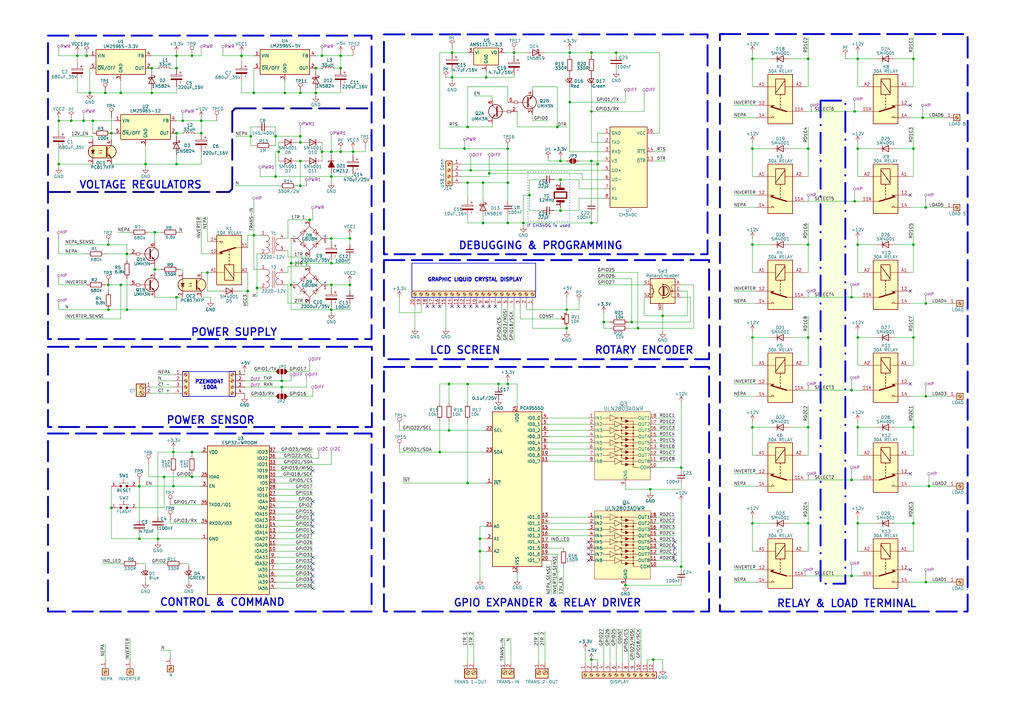
<source format=kicad_sch>
(kicad_sch (version 20250114) (generator "eeschema") (generator_version "9.0")
  (paper "A3")
  (title_block (title "SMART HOME ENERGY MANAGEMENT SYSTEM") (date "2025-10-07") (rev "v1.0") (company "JSITECH"))
  (rectangle (start 74.93 152.4) (end 96.52 162.56) (stroke (width 0.254)))
  (rectangle (start 336.55 41.275) (end 346.71 239.395) (stroke (width 0.762) (type dash_dot)) (fill (type color) (color 203 250 23 0.14)))
  (rectangle (start 157.48 150.495) (end 290.83 250.825) (stroke (width 0.762) (type dash)))
  (rectangle (start 157.48 14.097) (end 290.195 104.267) (stroke (width 0.762) (type dash)))
  (rectangle (start 295.275 13.97) (end 396.875 250.825) (stroke (width 0.762) (type dash)))
  (rectangle (start 19.685 142.24) (end 152.527 175.133) (stroke (width 0.762) (type dash)))
  (rectangle (start 19.685 177.8) (end 152.4 250.825) (stroke (width 0.762) (type dash)))
  (rectangle (start 157.48 106.68) (end 290.83 147.32) (stroke (width 0.762) (type dash)))
  (rectangle (start 19.685 14.605) (end 152.4 139.065) (stroke (width 0.762) (type dash)))
  (text "VOLTAGE REGULATORS" (at 57.658 75.946 0) (effects (font (size 3.048 3.048) (thickness 0.508) (bold yes))))
  (text "LCD SCREEN" (at 190.754 143.764 0) (effects (font (size 3.048 3.048) (thickness 0.508) (bold yes))))
  (text "ROTARY ENCODER" (at 264.16 143.764 0) (effects (font (size 3.048 3.048) (thickness 0.508) (bold yes))))
  (text "POWER SUPPLY" (at 96.012 136.398 0) (effects (font (size 3.048 3.048) (thickness 0.508) (bold yes))))
  (text "If CH340G is used" (at 225.044 92.71 0) (effects (font (size 1.27 1.27))))
  (text "DEBUGGING & PROGRAMMING" (at 221.742 100.838 0) (effects (font (size 3.048 3.048) (thickness 0.508) (bold yes))))
  (text "POWER SENSOR" (at 86.36 172.466 0) (effects (font (size 3.048 3.048) (thickness 0.508) (bold yes))))
  (text "RELAY & LOAD TERMINAL" (at 347.218 247.65 0) (effects (font (size 3.048 3.048) (thickness 0.508) (bold yes))))
  (text "CONTROL & COMMAND" (at 91.186 247.142 0) (effects (font (size 3.048 3.048) (thickness 0.508) (bold yes))))
  (text "PZEM004T" (at 85.852 156.718 0) (effects (font (size 1.5 1.5) (thickness 0.4) (bold yes))))
  (text "GRAPHIC LIQUID CRYSTAL DISPLAY" (at 194.818 114.808 0) (effects (font (size 1.5 1.5) (thickness 0.4) (bold yes))))
  (text "100A" (at 86.106 159.004 0) (effects (font (size 1.5 1.5) (thickness 0.4) (bold yes))))
  (text "GPIO EXPANDER & RELAY DRIVER" (at 224.536 247.396 0) (effects (font (size 3.048 3.048) (thickness 0.508) (bold yes))))
  (text_box "" (at 168.91 107.95 0) (size 50.8 13.97) (margins 0.9525 0.9525 0.9525 0.9525) (stroke (width 0.254)) (effects (font (size 1.27 1.27)) (justify left top)))
  (text_box "" (at 216.535 70.485 0) (size 17.145 20.32) (margins 0.9525 0.9525 0.9525 0.9525) (stroke (width 0.254) (type dot)) (effects (font (size 1.27 1.27)) (justify left top)))
  (junction (at 247.65 132.08))
  (junction (at 31.75 22.86))
  (junction (at 72.39 22.86))
  (junction (at 374.65 175.26))
  (junction (at 67.31 195.58))
  (junction (at 191.77 74.93))
  (junction (at 233.68 21.59))
  (junction (at 101.6 119.38))
  (junction (at 350.52 82.55))
  (junction (at 123.19 38.1))
  (junction (at 351.79 24.13))
  (junction (at 72.39 27.94))
  (junction (at 229.87 73.66))
  (junction (at 351.79 138.43))
  (junction (at 135.89 72.39))
  (junction (at 349.25 196.85))
  (junction (at 44.45 100.33))
  (junction (at 229.87 86.36))
  (junction (at 62.23 38.1))
  (junction (at 208.28 74.93))
  (junction (at 191.77 198.12))
  (junction (at 196.85 226.06))
  (junction (at 113.03 55.88))
  (junction (at 271.78 129.54))
  (junction (at 252.73 21.59))
  (junction (at 379.73 85.09))
  (junction (at 379.73 238.76))
  (junction (at 36.83 38.1))
  (junction (at 132.08 22.86))
  (junction (at 208.28 60.96))
  (junction (at 232.41 127))
  (junction (at 208.28 157.48))
  (junction (at 59.69 67.31))
  (junction (at 193.04 69.85))
  (junction (at 144.78 62.23))
  (junction (at 351.79 60.96))
  (junction (at 71.12 185.42))
  (junction (at 52.07 127))
  (junction (at 242.57 270.51))
  (junction (at 199.39 31.75))
  (junction (at 135.89 97.79))
  (junction (at 85.09 111.76))
  (junction (at 143.51 97.79))
  (junction (at 242.57 91.44))
  (junction (at 72.39 54.61))
  (junction (at 135.89 107.95))
  (junction (at 191.77 52.07))
  (junction (at 308.61 60.96))
  (junction (at 279.4 191.77))
  (junction (at 229.87 66.04))
  (junction (at 49.53 116.84))
  (junction (at 242.57 21.59))
  (junction (at 119.38 116.84))
  (junction (at 127 90.17))
  (junction (at 374.65 214.63))
  (junction (at 331.47 138.43))
  (junction (at 266.7 200.66))
  (junction (at 331.47 175.26))
  (junction (at 308.61 214.63))
  (junction (at 331.47 60.96))
  (junction (at 72.39 121.92))
  (junction (at 228.6 52.07))
  (junction (at 217.17 80.01))
  (junction (at 308.61 24.13))
  (junction (at 308.61 138.43))
  (junction (at 232.41 134.62))
  (junction (at 115.57 158.75))
  (junction (at 180.34 185.42))
  (junction (at 349.25 236.22))
  (junction (at 267.97 270.51))
  (junction (at 349.25 121.92))
  (junction (at 82.55 49.53))
  (junction (at 379.73 162.56))
  (junction (at 200.66 71.12))
  (junction (at 191.77 157.48))
  (junction (at 139.7 27.94))
  (junction (at 210.82 21.59))
  (junction (at 135.89 116.84))
  (junction (at 129.54 27.94))
  (junction (at 242.57 66.04))
  (junction (at 24.13 49.53))
  (junction (at 99.06 22.86))
  (junction (at 308.61 100.33))
  (junction (at 52.07 104.14))
  (junction (at 132.08 62.23))
  (junction (at 123.19 66.04))
  (junction (at 379.73 124.46))
  (junction (at 184.15 176.53))
  (junction (at 24.13 67.31))
  (junction (at 185.42 21.59))
  (junction (at 129.54 38.1))
  (junction (at 374.65 24.13))
  (junction (at 233.68 41.91))
  (junction (at 256.54 240.03))
  (junction (at 78.74 195.58))
  (junction (at 104.14 96.52))
  (junction (at 374.65 138.43))
  (junction (at 116.84 38.1))
  (junction (at 123.19 55.88))
  (junction (at 135.89 62.23))
  (junction (at 351.79 175.26))
  (junction (at 35.56 22.86))
  (junction (at 308.61 175.26))
  (junction (at 71.12 199.39))
  (junction (at 29.21 49.53))
  (junction (at 204.47 157.48))
  (junction (at 135.89 127))
  (junction (at 63.5 110.49))
  (junction (at 259.08 132.08))
  (junction (at 185.42 31.75))
  (junction (at 242.57 45.72))
  (junction (at 245.11 67.31))
  (junction (at 102.87 55.88))
  (junction (at 44.45 127))
  (junction (at 198.12 91.44))
  (junction (at 331.47 214.63))
  (junction (at 82.55 54.61))
  (junction (at 64.77 220.98))
  (junction (at 114.3 62.23))
  (junction (at 208.28 91.44))
  (junction (at 351.79 214.63))
  (junction (at 34.29 49.53))
  (junction (at 331.47 100.33))
  (junction (at 57.15 199.39))
  (junction (at 351.79 100.33))
  (junction (at 105.41 118.11))
  (junction (at 214.63 91.44))
  (junction (at 49.53 38.1))
  (junction (at 184.15 157.48))
  (junction (at 331.47 24.13))
  (junction (at 139.7 62.23))
  (junction (at 123.19 58.42))
  (junction (at 57.15 220.98))
  (junction (at 38.1 49.53))
  (junction (at 74.93 49.53))
  (junction (at 374.65 60.96))
  (junction (at 78.74 22.86))
  (junction (at 119.38 107.95))
  (junction (at 261.62 134.62))
  (junction (at 196.85 220.98))
  (junction (at 198.12 74.93))
  (junction (at 113.03 72.39))
  (junction (at 62.23 27.94))
  (junction (at 139.7 22.86))
  (junction (at 72.39 67.31))
  (junction (at 78.74 185.42))
  (junction (at 123.19 76.2))
  (junction (at 143.51 116.84))
  (junction (at 350.52 45.72))
  (junction (at 374.65 100.33))
  (junction (at 378.46 48.26))
  (junction (at 190.5 60.96))
  (junction (at 115.57 156.21))
  (junction (at 45.72 54.61))
  (junction (at 44.45 116.84))
  (junction (at 381 199.39))
  (junction (at 45.72 208.28))
  (junction (at 43.18 38.1))
  (junction (at 279.4 232.41))
  (junction (at 104.14 38.1))
  (junction (at 349.25 160.02))
  (junction (at 63.5 95.25))
  (no_connect (at 180.34 125.73))
  (no_connect (at 128.27 213.36))
  (no_connect (at 373.38 80.01))
  (no_connect (at 128.27 236.22))
  (no_connect (at 175.26 125.73))
  (no_connect (at 373.38 119.38))
  (no_connect (at 200.66 125.73))
  (no_connect (at 190.5 125.73))
  (no_connect (at 128.27 228.6))
  (no_connect (at 128.27 215.9))
  (no_connect (at 373.38 157.48))
  (no_connect (at 187.96 125.73))
  (no_connect (at 128.27 238.76))
  (no_connect (at 128.27 231.14))
  (no_connect (at 373.38 43.18))
  (no_connect (at 193.04 125.73))
  (no_connect (at 276.86 229.87))
  (no_connect (at 276.86 224.79))
  (no_connect (at 128.27 193.04))
  (no_connect (at 241.3 227.33))
  (no_connect (at 177.8 125.73))
  (no_connect (at 185.42 125.73))
  (no_connect (at 128.27 233.68))
  (no_connect (at 241.3 229.87))
  (no_connect (at 195.58 125.73))
  (no_connect (at 203.2 125.73))
  (no_connect (at 241.3 222.25))
  (no_connect (at 276.86 227.33))
  (no_connect (at 128.27 205.74))
  (no_connect (at 276.86 222.25))
  (no_connect (at 128.27 241.3))
  (no_connect (at 128.27 218.44))
  (no_connect (at 373.38 194.31))
  (no_connect (at 128.27 210.82))
  (no_connect (at 198.12 125.73))
  (no_connect (at 373.38 233.68))
  (no_connect (at 241.3 224.79))
  (wire (pts (xy 215.9 127) (xy 232.41 127)))
  (wire (pts (xy 279.4 198.12) (xy 279.4 200.66)))
  (wire (pts (xy 351.79 214.63) (xy 359.41 214.63)))
  (wire (pts (xy 144.78 62.23) (xy 149.86 62.23)))
  (wire (pts (xy 349.25 233.68) (xy 349.25 236.22)))
  (wire (pts (xy 57.15 218.44) (xy 57.15 220.98)))
  (wire (pts (xy 233.68 35.56) (xy 233.68 41.91)))
  (wire (pts (xy 237.49 77.47) (xy 247.65 77.47)))
  (wire (pts (xy 46.99 54.61) (xy 45.72 54.61)))
  (wire (pts (xy 113.03 62.23) (xy 113.03 72.39)))
  (wire (pts (xy 29.21 55.88) (xy 38.1 55.88)))
  (wire (pts (xy 367.03 175.26) (xy 374.65 175.26)))
  (wire (pts (xy 224.79 219.71) (xy 241.3 219.71)))
  (wire (pts (xy 135.89 74.93) (xy 135.89 72.39)))
  (wire (pts (xy 113.03 55.88) (xy 113.03 59.69)))
  (wire (pts (xy 113.03 226.06) (xy 128.27 226.06)))
  (wire (pts (xy 116.84 97.79) (xy 118.11 97.79)))
  (wire (pts (xy 228.6 52.07) (xy 232.41 52.07)))
  (wire (pts (xy 330.2 196.85) (xy 349.25 196.85)))
  (wire (pts (xy 349.25 236.22) (xy 353.06 236.22)))
  (wire (pts (xy 331.47 100.33) (xy 331.47 111.76)))
  (wire (pts (xy 224.79 179.07) (xy 241.3 179.07)))
  (wire (pts (xy 110.49 52.07) (xy 113.03 52.07)))
  (wire (pts (xy 29.21 48.26) (xy 29.21 49.53)))
  (wire (pts (xy 351.79 175.26) (xy 351.79 186.69)))
  (wire (pts (xy 214.63 92.71) (xy 214.63 91.44)))
  (wire (pts (xy 113.03 52.07) (xy 113.03 55.88)))
  (wire (pts (xy 351.79 60.96) (xy 359.41 60.96)))
  (wire (pts (xy 143.51 115.57) (xy 143.51 116.84)))
  (wire (pts (xy 330.2 149.86) (xy 331.47 149.86)))
  (wire (pts (xy 102.87 59.69) (xy 104.14 59.69)))
  (wire (pts (xy 217.17 80.01) (xy 217.17 86.36)))
  (wire (pts (xy 113.03 55.88) (xy 123.19 55.88)))
  (wire (pts (xy 227.33 86.36) (xy 229.87 86.36)))
  (wire (pts (xy 330.2 226.06) (xy 331.47 226.06)))
  (wire (pts (xy 113.03 208.28) (xy 128.27 208.28)))
  (wire (pts (xy 191.77 74.93) (xy 198.12 74.93)))
  (wire (pts (xy 71.12 184.15) (xy 71.12 185.42)))
  (wire (pts (xy 283.21 132.08) (xy 283.21 121.92)))
  (wire (pts (xy 247.65 134.62) (xy 250.19 134.62)))
  (wire (pts (xy 72.39 49.53) (xy 74.93 49.53)))
  (wire (pts (xy 284.48 116.84) (xy 284.48 134.62)))
  (wire (pts (xy 351.79 186.69) (xy 353.06 186.69)))
  (wire (pts (xy 45.72 67.31) (xy 59.69 67.31)))
  (wire (pts (xy 113.03 198.12) (xy 128.27 198.12)))
  (wire (pts (xy 267.97 54.61) (xy 270.51 54.61)))
  (wire (pts (xy 351.79 58.42) (xy 351.79 60.96)))
  (wire (pts (xy 237.49 123.19) (xy 237.49 127)))
  (wire (pts (xy 242.57 87.63) (xy 242.57 91.44)))
  (wire (pts (xy 300.99 119.38) (xy 309.88 119.38)))
  (wire (pts (xy 180.34 60.96) (xy 190.5 60.96)))
  (wire (pts (xy 379.73 162.56) (xy 388.62 162.56)))
  (wire (pts (xy 242.57 270.51) (xy 242.57 271.78)))
  (wire (pts (xy 185.42 29.21) (xy 185.42 31.75)))
  (wire (pts (xy 281.94 119.38) (xy 281.94 129.54)))
  (wire (pts (xy 49.53 116.84) (xy 53.34 116.84)))
  (wire (pts (xy 31.75 33.02) (xy 31.75 38.1)))
  (wire (pts (xy 308.61 24.13) (xy 316.23 24.13)))
  (wire (pts (xy 264.16 39.37) (xy 264.16 45.72)))
  (wire (pts (xy 72.39 63.5) (xy 72.39 67.31)))
  (wire (pts (xy 330.2 72.39) (xy 331.47 72.39)))
  (wire (pts (xy 308.61 226.06) (xy 309.88 226.06)))
  (wire (pts (xy 224.79 229.87) (xy 226.06 229.87)))
  (wire (pts (xy 31.75 22.86) (xy 31.75 25.4)))
  (wire (pts (xy 191.77 259.08) (xy 191.77 271.78)))
  (wire (pts (xy 184.15 172.72) (xy 184.15 176.53)))
  (wire (pts (xy 349.25 196.85) (xy 353.06 196.85)))
  (wire (pts (xy 24.13 22.86) (xy 31.75 22.86)))
  (wire (pts (xy 198.12 74.93) (xy 208.28 74.93)))
  (wire (pts (xy 144.78 60.96) (xy 144.78 62.23)))
  (wire (pts (xy 196.85 226.06) (xy 196.85 237.49)))
  (wire (pts (xy 62.23 38.1) (xy 62.23 36.83)))
  (wire (pts (xy 212.09 234.95) (xy 212.09 237.49)))
  (wire (pts (xy 210.82 21.59) (xy 215.9 21.59)))
  (wire (pts (xy 215.9 125.73) (xy 215.9 127)))
  (wire (pts (xy 232.41 121.92) (xy 232.41 127)))
  (wire (pts (xy 100.33 161.29) (xy 100.33 162.56)))
  (wire (pts (xy 242.57 45.72) (xy 264.16 45.72)))
  (wire (pts (xy 242.57 21.59) (xy 242.57 22.86)))
  (wire (pts (xy 91.44 22.86) (xy 99.06 22.86)))
  (wire (pts (xy 269.24 222.25) (xy 276.86 222.25)))
  (wire (pts (xy 135.89 106.68) (xy 135.89 107.95)))
  (wire (pts (xy 62.23 161.29) (xy 71.12 161.29)))
  (wire (pts (xy 115.57 158.75) (xy 125.73 158.75)))
  (wire (pts (xy 113.03 233.68) (xy 128.27 233.68)))
  (wire (pts (xy 269.24 176.53) (xy 276.86 176.53)))
  (wire (pts (xy 308.61 138.43) (xy 316.23 138.43)))
  (wire (pts (xy 193.04 66.04) (xy 193.04 69.85)))
  (wire (pts (xy 308.61 111.76) (xy 309.88 111.76)))
  (wire (pts (xy 279.4 191.77) (xy 279.4 193.04)))
  (wire (pts (xy 242.57 91.44) (xy 245.11 91.44)))
  (wire (pts (xy 367.03 24.13) (xy 374.65 24.13)))
  (wire (pts (xy 104.14 96.52) (xy 104.14 110.49)))
  (wire (pts (xy 82.55 104.14) (xy 86.36 104.14)))
  (wire (pts (xy 373.38 226.06) (xy 374.65 226.06)))
  (wire (pts (xy 119.38 107.95) (xy 135.89 107.95)))
  (wire (pts (xy 242.57 45.72) (xy 242.57 58.42)))
  (wire (pts (xy 218.44 125.73) (xy 218.44 134.62)))
  (wire (pts (xy 82.55 21.59) (xy 82.55 22.86)))
  (wire (pts (xy 229.87 73.66) (xy 229.87 74.93)))
  (wire (pts (xy 123.19 53.34) (xy 123.19 55.88)))
  (wire (pts (xy 69.85 214.63) (xy 82.55 214.63)))
  (wire (pts (xy 44.45 116.84) (xy 49.53 116.84)))
  (wire (pts (xy 114.3 58.42) (xy 114.3 62.23)))
  (wire (pts (xy 261.62 134.62) (xy 284.48 134.62)))
  (wire (pts (xy 199.39 31.75) (xy 210.82 31.75)))
  (wire (pts (xy 144.78 71.12) (xy 144.78 72.39)))
  (wire (pts (xy 381 199.39) (xy 388.62 199.39)))
  (wire (pts (xy 129.54 38.1) (xy 129.54 36.83)))
  (wire (pts (xy 99.06 38.1) (xy 104.14 38.1)))
  (wire (pts (xy 373.38 124.46) (xy 379.73 124.46)))
  (wire (pts (xy 374.65 100.33) (xy 374.65 111.76)))
  (wire (pts (xy 82.55 49.53) (xy 82.55 54.61)))
  (wire (pts (xy 330.2 160.02) (xy 349.25 160.02)))
  (wire (pts (xy 207.01 261.62) (xy 207.01 271.78)))
  (wire (pts (xy 373.38 85.09) (xy 379.73 85.09)))
  (wire (pts (xy 212.09 52.07) (xy 228.6 52.07)))
  (wire (pts (xy 72.39 22.86) (xy 72.39 27.94)))
  (wire (pts (xy 24.13 97.79) (xy 24.13 104.14)))
  (wire (pts (xy 350.52 80.01) (xy 350.52 82.55)))
  (wire (pts (xy 233.68 21.59) (xy 242.57 21.59)))
  (wire (pts (xy 69.85 27.94) (xy 72.39 27.94)))
  (wire (pts (xy 38.1 49.53) (xy 46.99 49.53)))
  (wire (pts (xy 113.03 210.82) (xy 128.27 210.82)))
  (wire (pts (xy 256.54 240.03) (xy 279.4 240.03)))
  (wire (pts (xy 200.66 66.04) (xy 200.66 71.12)))
  (wire (pts (xy 64.77 185.42) (xy 71.12 185.42)))
  (wire (pts (xy 229.87 66.04) (xy 232.41 66.04)))
  (wire (pts (xy 198.12 88.9) (xy 198.12 91.44)))
  (wire (pts (xy 105.41 118.11) (xy 105.41 121.92)))
  (wire (pts (xy 24.13 48.26) (xy 24.13 49.53)))
  (wire (pts (xy 185.42 21.59) (xy 191.77 21.59)))
  (wire (pts (xy 218.44 46.99) (xy 218.44 49.53)))
  (wire (pts (xy 191.77 88.9) (xy 191.77 91.44)))
  (wire (pts (xy 224.79 176.53) (xy 241.3 176.53)))
  (wire (pts (xy 184.15 52.07) (xy 191.77 52.07)))
  (wire (pts (xy 119.38 107.95) (xy 119.38 116.84)))
  (wire (pts (xy 323.85 24.13) (xy 331.47 24.13)))
  (wire (pts (xy 101.6 96.52) (xy 104.14 96.52)))
  (wire (pts (xy 269.24 179.07) (xy 276.86 179.07)))
  (wire (pts (xy 196.85 215.9) (xy 196.85 220.98)))
  (wire (pts (xy 196.85 226.06) (xy 199.39 226.06)))
  (wire (pts (xy 204.47 157.48) (xy 204.47 158.75)))
  (wire (pts (xy 113.03 241.3) (xy 128.27 241.3)))
  (wire (pts (xy 71.12 185.42) (xy 71.12 186.69)))
  (wire (pts (xy 102.87 162.56) (xy 113.03 162.56)))
  (wire (pts (xy 82.55 111.76) (xy 85.09 111.76)))
  (wire (pts (xy 351.79 135.89) (xy 351.79 138.43)))
  (wire (pts (xy 74.93 49.53) (xy 82.55 49.53)))
  (wire (pts (xy 308.61 58.42) (xy 308.61 60.96)))
  (wire (pts (xy 229.87 73.66) (xy 237.49 73.66)))
  (wire (pts (xy 308.61 149.86) (xy 309.88 149.86)))
  (wire (pts (xy 308.61 138.43) (xy 308.61 149.86)))
  (wire (pts (xy 72.39 22.86) (xy 78.74 22.86)))
  (wire (pts (xy 104.14 110.49) (xy 106.68 110.49)))
  (wire (pts (xy 208.28 157.48) (xy 212.09 157.48)))
  (bus (pts (xy 96.52 44.45) (xy 152.4 44.45)) (stroke (width 0.762) (type dash)))
  (wire (pts (xy 116.84 102.87) (xy 118.11 102.87)))
  (wire (pts (xy 266.7 200.66) (xy 266.7 201.93)))
  (wire (pts (xy 129.54 27.94) (xy 129.54 29.21)))
  (wire (pts (xy 223.52 259.08) (xy 223.52 271.78)))
  (wire (pts (xy 45.72 220.98) (xy 57.15 220.98)))
  (wire (pts (xy 217.17 73.66) (xy 222.25 73.66)))
  (wire (pts (xy 308.61 100.33) (xy 308.61 111.76)))
  (wire (pts (xy 279.4 232.41) (xy 279.4 233.68)))
  (wire (pts (xy 59.69 67.31) (xy 59.69 68.58)))
  (wire (pts (xy 100.33 156.21) (xy 115.57 156.21)))
  (wire (pts (xy 77.47 237.49) (xy 77.47 238.76)))
  (wire (pts (xy 308.61 35.56) (xy 309.88 35.56)))
  (wire (pts (xy 224.79 181.61) (xy 241.3 181.61)))
  (wire (pts (xy 271.78 127) (xy 271.78 129.54)))
  (wire (pts (xy 135.89 62.23) (xy 139.7 62.23)))
  (wire (pts (xy 135.89 72.39) (xy 144.78 72.39)))
  (wire (pts (xy 283.21 121.92) (xy 279.4 121.92)))
  (wire (pts (xy 351.79 212.09) (xy 351.79 214.63)))
  (wire (pts (xy 139.7 62.23) (xy 144.78 62.23)))
  (wire (pts (xy 279.4 165.1) (xy 279.4 191.77)))
  (wire (pts (xy 271.78 270.51) (xy 271.78 274.32)))
  (wire (pts (xy 143.51 116.84) (xy 143.51 119.38)))
  (wire (pts (xy 300.99 124.46) (xy 309.88 124.46)))
  (wire (pts (xy 26.67 130.81) (xy 49.53 130.81)))
  (wire (pts (xy 351.79 35.56) (xy 353.06 35.56)))
  (wire (pts (xy 256.54 199.39) (xy 256.54 200.66)))
  (wire (pts (xy 214.63 80.01) (xy 217.17 80.01)))
  (wire (pts (xy 123.19 58.42) (xy 124.46 58.42)))
  (wire (pts (xy 245.11 54.61) (xy 245.11 67.31)))
  (wire (pts (xy 323.85 175.26) (xy 331.47 175.26)))
  (wire (pts (xy 29.21 49.53) (xy 34.29 49.53)))
  (wire (pts (xy 379.73 123.19) (xy 379.73 124.46)))
  (bus (pts (xy 93.98 78.74) (xy 95.25 77.47)) (stroke (width 0.762) (type dash)))
  (wire (pts (xy 185.42 31.75) (xy 185.42 33.02)))
  (wire (pts (xy 113.03 72.39) (xy 135.89 72.39)))
  (wire (pts (xy 330.2 121.92) (xy 349.25 121.92)))
  (wire (pts (xy 104.14 38.1) (xy 116.84 38.1)))
  (wire (pts (xy 212.09 45.72) (xy 212.09 52.07)))
  (wire (pts (xy 135.89 97.79) (xy 143.51 97.79)))
  (wire (pts (xy 113.03 59.69) (xy 111.76 59.69)))
  (wire (pts (xy 374.65 60.96) (xy 374.65 72.39)))
  (wire (pts (xy 350.52 43.18) (xy 350.52 45.72)))
  (wire (pts (xy 233.68 62.23) (xy 247.65 62.23)))
  (wire (pts (xy 213.36 125.73) (xy 213.36 130.81)))
  (wire (pts (xy 208.28 125.73) (xy 208.28 139.7)))
  (wire (pts (xy 191.77 172.72) (xy 191.77 198.12)))
  (wire (pts (xy 264.16 121.92) (xy 264.16 129.54)))
  (wire (pts (xy 196.85 215.9) (xy 199.39 215.9)))
  (wire (pts (xy 57.15 198.12) (xy 57.15 199.39)))
  (wire (pts (xy 36.83 27.94) (xy 36.83 38.1)))
  (wire (pts (xy 134.62 97.79) (xy 135.89 97.79)))
  (wire (pts (xy 52.07 104.14) (xy 52.07 106.68)))
  (wire (pts (xy 351.79 100.33) (xy 359.41 100.33)))
  (wire (pts (xy 209.55 261.62) (xy 209.55 271.78)))
  (wire (pts (xy 135.89 57.15) (xy 135.89 62.23)))
  (wire (pts (xy 330.2 186.69) (xy 331.47 186.69)))
  (wire (pts (xy 85.09 99.06) (xy 86.36 99.06)))
  (wire (pts (xy 331.47 138.43) (xy 331.47 149.86)))
  (wire (pts (xy 373.38 186.69) (xy 374.65 186.69)))
  (wire (pts (xy 217.17 73.66) (xy 217.17 80.01)))
  (wire (pts (xy 300.99 48.26) (xy 309.88 48.26)))
  (wire (pts (xy 64.77 153.67) (xy 71.12 153.67)))
  (wire (pts (xy 43.18 116.84) (xy 44.45 116.84)))
  (wire (pts (xy 242.57 21.59) (xy 252.73 21.59)))
  (wire (pts (xy 213.36 130.81) (xy 229.87 130.81)))
  (wire (pts (xy 189.23 67.31) (xy 245.11 67.31)))
  (wire (pts (xy 323.85 60.96) (xy 331.47 60.96)))
  (wire (pts (xy 163.83 128.27) (xy 172.72 128.27)))
  (wire (pts (xy 64.77 220.98) (xy 64.77 222.25)))
  (wire (pts (xy 191.77 157.48) (xy 191.77 165.1)))
  (wire (pts (xy 135.89 62.23) (xy 135.89 63.5)))
  (wire (pts (xy 233.68 21.59) (xy 233.68 22.86)))
  (wire (pts (xy 36.83 38.1) (xy 43.18 38.1)))
  (wire (pts (xy 367.03 60.96) (xy 374.65 60.96)))
  (wire (pts (xy 240.03 266.7) (xy 240.03 271.78)))
  (wire (pts (xy 129.54 38.1) (xy 139.7 38.1)))
  (wire (pts (xy 189.23 69.85) (xy 193.04 69.85)))
  (wire (pts (xy 163.83 184.15) (xy 163.83 185.42)))
  (wire (pts (xy 129.54 22.86) (xy 132.08 22.86)))
  (wire (pts (xy 279.4 205.74) (xy 279.4 232.41)))
  (wire (pts (xy 118.11 90.17) (xy 127 90.17)))
  (wire (pts (xy 210.82 21.59) (xy 210.82 22.86)))
  (wire (pts (xy 96.52 76.2) (xy 114.3 76.2)))
  (wire (pts (xy 35.56 21.59) (xy 35.56 22.86)))
  (wire (pts (xy 373.38 48.26) (xy 378.46 48.26)))
  (wire (pts (xy 91.44 21.59) (xy 91.44 22.86)))
  (wire (pts (xy 331.47 205.74) (xy 331.47 214.63)))
  (wire (pts (xy 269.24 189.23) (xy 276.86 189.23)))
  (wire (pts (xy 252.73 21.59) (xy 270.51 21.59)))
  (wire (pts (xy 123.19 55.88) (xy 123.19 58.42)))
  (wire (pts (xy 44.45 127) (xy 52.07 127)))
  (wire (pts (xy 224.79 189.23) (xy 241.3 189.23)))
  (wire (pts (xy 129.54 38.1) (xy 129.54 39.37)))
  (wire (pts (xy 379.73 82.55) (xy 379.73 85.09)))
  (wire (pts (xy 374.65 24.13) (xy 374.65 35.56)))
  (wire (pts (xy 250.19 257.81) (xy 250.19 271.78)))
  (wire (pts (xy 113.03 205.74) (xy 128.27 205.74)))
  (wire (pts (xy 330.2 236.22) (xy 349.25 236.22)))
  (wire (pts (xy 102.87 55.88) (xy 102.87 59.69)))
  (wire (pts (xy 373.38 162.56) (xy 379.73 162.56)))
  (wire (pts (xy 118.11 124.46) (xy 127 124.46)))
  (wire (pts (xy 351.79 172.72) (xy 351.79 175.26)))
  (wire (pts (xy 139.7 60.96) (xy 139.7 62.23)))
  (wire (pts (xy 245.11 111.76) (xy 261.62 111.76)))
  (wire (pts (xy 139.7 21.59) (xy 139.7 22.86)))
  (wire (pts (xy 85.09 111.76) (xy 85.09 119.38)))
  (wire (pts (xy 73.66 95.25) (xy 74.93 95.25)))
  (wire (pts (xy 71.12 194.31) (xy 71.12 199.39)))
  (wire (pts (xy 224.79 212.09) (xy 241.3 212.09)))
  (wire (pts (xy 74.93 231.14) (xy 77.47 231.14)))
  (wire (pts (xy 104.14 96.52) (xy 106.68 96.52)))
  (wire (pts (xy 260.35 271.78) (xy 260.35 257.81)))
  (wire (pts (xy 78.74 22.86) (xy 82.55 22.86)))
  (wire (pts (xy 121.92 66.04) (xy 123.19 66.04)))
  (wire (pts (xy 331.47 52.07) (xy 331.47 60.96)))
  (wire (pts (xy 184.15 176.53) (xy 199.39 176.53)))
  (wire (pts (xy 255.27 257.81) (xy 255.27 271.78)))
  (wire (pts (xy 238.76 71.12) (xy 238.76 73.66)))
  (wire (pts (xy 237.49 81.28) (xy 247.65 81.28)))
  (wire (pts (xy 198.12 74.93) (xy 198.12 81.28)))
  (wire (pts (xy 252.73 22.86) (xy 252.73 21.59)))
  (wire (pts (xy 24.13 127) (xy 44.45 127)))
  (wire (pts (xy 191.77 157.48) (xy 204.47 157.48)))
  (wire (pts (xy 279.4 119.38) (xy 281.94 119.38)))
  (wire (pts (xy 232.41 127) (xy 237.49 127)))
  (wire (pts (xy 232.41 134.62) (xy 232.41 135.89)))
  (wire (pts (xy 210.82 30.48) (xy 210.82 31.75)))
  (wire (pts (xy 224.79 227.33) (xy 228.6 227.33)))
  (wire (pts (xy 226.06 229.87) (xy 226.06 243.84)))
  (wire (pts (xy 191.77 91.44) (xy 198.12 91.44)))
  (wire (pts (xy 247.65 128.27) (xy 247.65 132.08)))
  (wire (pts (xy 201.93 39.37) (xy 201.93 40.64)))
  (wire (pts (xy 237.49 81.28) (xy 237.49 86.36)))
  (wire (pts (xy 105.41 104.14) (xy 105.41 118.11)))
  (wire (pts (xy 300.99 85.09) (xy 309.88 85.09)))
  (wire (pts (xy 308.61 175.26) (xy 316.23 175.26)))
  (wire (pts (xy 114.3 62.23) (xy 114.3 66.04)))
  (wire (pts (xy 165.1 198.12) (xy 191.77 198.12)))
  (wire (pts (xy 300.99 80.01) (xy 309.88 80.01)))
  (wire (pts (xy 269.24 232.41) (xy 279.4 232.41)))
  (wire (pts (xy 137.16 27.94) (xy 139.7 27.94)))
  (wire (pts (xy 346.71 24.13) (xy 351.79 24.13)))
  (wire (pts (xy 185.42 31.75) (xy 199.39 31.75)))
  (wire (pts (xy 346.71 22.86) (xy 346.71 24.13)))
  (wire (pts (xy 270.51 21.59) (xy 270.51 54.61)))
  (wire (pts (xy 198.12 91.44) (xy 208.28 91.44)))
  (wire (pts (xy 113.03 236.22) (xy 128.27 236.22)))
  (wire (pts (xy 308.61 24.13) (xy 308.61 35.56)))
  (wire (pts (xy 115.57 156.21) (xy 119.38 156.21)))
  (wire (pts (xy 223.52 21.59) (xy 233.68 21.59)))
  (wire (pts (xy 128.27 87.63) (xy 128.27 90.17)))
  (wire (pts (xy 331.47 15.24) (xy 331.47 24.13)))
  (wire (pts (xy 331.47 129.54) (xy 331.47 138.43)))
  (wire (pts (xy 118.11 90.17) (xy 118.11 97.79)))
  (wire (pts (xy 49.53 116.84) (xy 49.53 130.81)))
  (wire (pts (xy 63.5 121.92) (xy 72.39 121.92)))
  (wire (pts (xy 351.79 138.43) (xy 359.41 138.43)))
  (wire (pts (xy 100.33 158.75) (xy 115.57 158.75)))
  (wire (pts (xy 229.87 64.77) (xy 229.87 66.04)))
  (wire (pts (xy 139.7 22.86) (xy 139.7 27.94)))
  (wire (pts (xy 57.15 199.39) (xy 71.12 199.39)))
  (wire (pts (xy 121.92 76.2) (xy 123.19 76.2)))
  (wire (pts (xy 132.08 21.59) (xy 132.08 22.86)))
  (wire (pts (xy 113.03 238.76) (xy 128.27 238.76)))
  (wire (pts (xy 374.65 138.43) (xy 374.65 149.86)))
  (wire (pts (xy 374.65 91.44) (xy 374.65 100.33)))
  (wire (pts (xy 74.93 48.26) (xy 74.93 49.53)))
  (wire (pts (xy 208.28 74.93) (xy 208.28 82.55)))
  (wire (pts (xy 227.33 73.66) (xy 229.87 73.66)))
  (wire (pts (xy 101.6 111.76) (xy 101.6 119.38)))
  (wire (pts (xy 24.13 125.73) (xy 24.13 127)))
  (wire (pts (xy 85.09 119.38) (xy 90.17 119.38)))
  (wire (pts (xy 279.4 116.84) (xy 284.48 116.84)))
  (wire (pts (xy 229.87 86.36) (xy 237.49 86.36)))
  (wire (pts (xy 201.93 50.8) (xy 201.93 52.07)))
  (wire (pts (xy 67.31 195.58) (xy 67.31 208.28)))
  (wire (pts (xy 224.79 224.79) (xy 231.14 224.79)))
  (wire (pts (xy 106.68 71.12) (xy 106.68 72.39)))
  (wire (pts (xy 135.89 127) (xy 135.89 128.27)))
  (wire (pts (xy 99.06 33.02) (xy 99.06 38.1)))
  (wire (pts (xy 308.61 135.89) (xy 308.61 138.43)))
  (wire (pts (xy 52.07 127) (xy 72.39 127)))
  (wire (pts (xy 143.51 96.52) (xy 143.51 97.79)))
  (wire (pts (xy 59.69 67.31) (xy 72.39 67.31)))
  (wire (pts (xy 374.65 205.74) (xy 374.65 214.63)))
  (wire (pts (xy 232.41 133.35) (xy 232.41 134.62)))
  (wire (pts (xy 351.79 226.06) (xy 353.06 226.06)))
  (wire (pts (xy 118.11 116.84) (xy 118.11 124.46)))
  (wire (pts (xy 217.17 86.36) (xy 222.25 86.36)))
  (wire (pts (xy 378.46 45.72) (xy 378.46 48.26)))
  (wire (pts (xy 113.03 213.36) (xy 128.27 213.36)))
  (wire (pts (xy 224.79 214.63) (xy 241.3 214.63)))
  (wire (pts (xy 208.28 60.96) (xy 208.28 74.93)))
  (wire (pts (xy 45.72 48.26) (xy 45.72 54.61)))
  (wire (pts (xy 101.6 96.52) (xy 101.6 101.6)))
  (wire (pts (xy 113.03 218.44) (xy 128.27 218.44)))
  (wire (pts (xy 43.18 104.14) (xy 52.07 104.14)))
  (wire (pts (xy 163.83 185.42) (xy 180.34 185.42)))
  (wire (pts (xy 269.24 171.45) (xy 276.86 171.45)))
  (wire (pts (xy 182.88 31.75) (xy 185.42 31.75)))
  (wire (pts (xy 113.03 195.58) (xy 128.27 195.58)))
  (wire (pts (xy 373.38 199.39) (xy 381 199.39)))
  (wire (pts (xy 323.85 138.43) (xy 331.47 138.43)))
  (wire (pts (xy 191.77 198.12) (xy 199.39 198.12)))
  (wire (pts (xy 119.38 127) (xy 135.89 127)))
  (wire (pts (xy 349.25 121.92) (xy 353.06 121.92)))
  (wire (pts (xy 184.15 157.48) (xy 184.15 165.1)))
  (wire (pts (xy 116.84 33.02) (xy 116.84 38.1)))
  (wire (pts (xy 55.88 208.28) (xy 67.31 208.28)))
  (wire (pts (xy 102.87 52.07) (xy 102.87 55.88)))
  (wire (pts (xy 374.65 166.37) (xy 374.65 175.26)))
  (wire (pts (xy 379.73 124.46) (xy 388.62 124.46)))
  (wire (pts (xy 228.6 35.56) (xy 228.6 52.07)))
  (wire (pts (xy 257.81 134.62) (xy 261.62 134.62)))
  (wire (pts (xy 60.96 190.5) (xy 60.96 195.58)))
  (wire (pts (xy 269.24 224.79) (xy 276.86 224.79)))
  (bus (pts (xy 95.25 45.72) (xy 96.52 44.45)) (stroke (width 0.762) (type dash)))
  (wire (pts (xy 259.08 114.3) (xy 259.08 132.08)))
  (wire (pts (xy 72.39 121.92) (xy 72.39 127)))
  (wire (pts (xy 62.23 231.14) (xy 67.31 231.14)))
  (wire (pts (xy 381 196.85) (xy 381 199.39)))
  (wire (pts (xy 224.79 64.77) (xy 224.79 66.04)))
  (wire (pts (xy 379.73 238.76) (xy 388.62 238.76)))
  (wire (pts (xy 34.29 49.53) (xy 38.1 49.53)))
  (wire (pts (xy 242.57 66.04) (xy 247.65 66.04)))
  (wire (pts (xy 113.03 193.04) (xy 128.27 193.04)))
  (wire (pts (xy 72.39 54.61) (xy 72.39 55.88)))
  (wire (pts (xy 26.67 100.33) (xy 44.45 100.33)))
  (wire (pts (xy 233.68 41.91) (xy 256.54 41.91)))
  (wire (pts (xy 220.98 259.08) (xy 220.98 271.78)))
  (wire (pts (xy 256.54 39.37) (xy 256.54 41.91)))
  (wire (pts (xy 99.06 21.59) (xy 99.06 22.86)))
  (wire (pts (xy 180.34 172.72) (xy 180.34 185.42)))
  (wire (pts (xy 308.61 21.59) (xy 308.61 24.13)))
  (wire (pts (xy 224.79 186.69) (xy 241.3 186.69)))
  (wire (pts (xy 224.79 173.99) (xy 241.3 173.99)))
  (wire (pts (xy 134.62 116.84) (xy 135.89 116.84)))
  (wire (pts (xy 105.41 104.14) (xy 106.68 104.14)))
  (wire (pts (xy 123.19 66.04) (xy 123.19 76.2)))
  (wire (pts (xy 330.2 82.55) (xy 350.52 82.55)))
  (wire (pts (xy 105.41 118.11) (xy 106.68 118.11)))
  (wire (pts (xy 125.73 156.21) (xy 125.73 158.75)))
  (wire (pts (xy 71.12 199.39) (xy 82.55 199.39)))
  (wire (pts (xy 163.83 175.26) (xy 163.83 176.53)))
  (wire (pts (xy 31.75 21.59) (xy 31.75 22.86)))
  (wire (pts (xy 350.52 82.55) (xy 353.06 82.55)))
  (wire (pts (xy 208.28 91.44) (xy 214.63 91.44)))
  (wire (pts (xy 351.79 111.76) (xy 353.06 111.76)))
  (wire (pts (xy 44.45 116.84) (xy 44.45 119.38)))
  (wire (pts (xy 63.5 110.49) (xy 63.5 111.76)))
  (wire (pts (xy 247.65 257.81) (xy 247.65 271.78)))
  (wire (pts (xy 330.2 111.76) (xy 331.47 111.76)))
  (wire (pts (xy 132.08 58.42) (xy 132.08 62.23)))
  (wire (pts (xy 331.47 166.37) (xy 331.47 175.26)))
  (wire (pts (xy 113.03 200.66) (xy 128.27 200.66)))
  (wire (pts (xy 69.85 207.01) (xy 82.55 207.01)))
  (wire (pts (xy 257.81 132.08) (xy 259.08 132.08)))
  (wire (pts (xy 367.03 100.33) (xy 374.65 100.33)))
  (wire (pts (xy 48.26 95.25) (xy 53.34 95.25)))
  (wire (pts (xy 252.73 29.21) (xy 252.73 27.94)))
  (wire (pts (xy 104.14 83.82) (xy 104.14 96.52)))
  (wire (pts (xy 86.36 121.92) (xy 86.36 123.19)))
  (wire (pts (xy 300.99 194.31) (xy 309.88 194.31)))
  (wire (pts (xy 373.38 238.76) (xy 379.73 238.76)))
  (wire (pts (xy 82.55 88.9) (xy 82.55 104.14)))
  (wire (pts (xy 224.79 171.45) (xy 241.3 171.45)))
  (wire (pts (xy 351.79 24.13) (xy 351.79 35.56)))
  (wire (pts (xy 267.97 270.51) (xy 267.97 271.78)))
  (wire (pts (xy 351.79 24.13) (xy 359.41 24.13)))
  (wire (pts (xy 271.78 129.54) (xy 271.78 135.89)))
  (wire (pts (xy 64.77 220.98) (xy 82.55 220.98)))
  (wire (pts (xy 351.79 175.26) (xy 359.41 175.26)))
  (wire (pts (xy 242.57 35.56) (xy 242.57 45.72)))
  (wire (pts (xy 214.63 91.44) (xy 242.57 91.44)))
  (wire (pts (xy 24.13 115.57) (xy 24.13 116.84)))
  (wire (pts (xy 269.24 212.09) (xy 276.86 212.09)))
  (wire (pts (xy 128.27 161.29) (xy 128.27 162.56)))
  (wire (pts (xy 308.61 97.79) (xy 308.61 100.33)))
  (wire (pts (xy 180.34 157.48) (xy 180.34 165.1)))
  (wire (pts (xy 118.11 109.22) (xy 118.11 111.76)))
  (wire (pts (xy 330.2 35.56) (xy 331.47 35.56)))
  (wire (pts (xy 208.28 156.21) (xy 208.28 157.48)))
  (wire (pts (xy 200.66 71.12) (xy 200.66 72.39)))
  (wire (pts (xy 163.83 121.92) (xy 163.83 128.27)))
  (wire (pts (xy 269.24 181.61) (xy 276.86 181.61)))
  (wire (pts (xy 123.19 66.04) (xy 124.46 66.04)))
  (wire (pts (xy 144.78 62.23) (xy 144.78 63.5)))
  (wire (pts (xy 60.96 95.25) (xy 63.5 95.25)))
  (wire (pts (xy 132.08 62.23) (xy 135.89 62.23)))
  (wire (pts (xy 323.85 100.33) (xy 331.47 100.33)))
  (wire (pts (xy 351.79 100.33) (xy 351.79 111.76)))
  (wire (pts (xy 118.11 109.22) (xy 127 109.22)))
  (wire (pts (xy 163.83 176.53) (xy 184.15 176.53)))
  (wire (pts (xy 196.85 220.98) (xy 196.85 226.06)))
  (wire (pts (xy 300.99 238.76) (xy 309.88 238.76)))
  (wire (pts (xy 113.03 223.52) (xy 128.27 223.52)))
  (wire (pts (xy 218.44 35.56) (xy 228.6 35.56)))
  (wire (pts (xy 116.84 38.1) (xy 123.19 38.1)))
  (wire (pts (xy 378.46 48.26) (xy 387.35 48.26)))
  (wire (pts (xy 308.61 214.63) (xy 316.23 214.63)))
  (wire (pts (xy 233.68 41.91) (xy 233.68 62.23)))
  (wire (pts (xy 72.39 21.59) (xy 72.39 22.86)))
  (wire (pts (xy 24.13 60.96) (xy 24.13 67.31)))
  (wire (pts (xy 66.04 266.7) (xy 69.85 266.7)))
  (wire (pts (xy 245.11 116.84) (xy 264.16 116.84)))
  (wire (pts (xy 64.77 185.42) (xy 64.77 212.09)))
  (wire (pts (xy 182.88 125.73) (xy 182.88 134.62)))
  (wire (pts (xy 59.69 231.14) (xy 59.69 232.41)))
  (wire (pts (xy 245.11 54.61) (xy 247.65 54.61)))
  (wire (pts (xy 269.24 214.63) (xy 276.86 214.63)))
  (wire (pts (xy 113.03 203.2) (xy 128.27 203.2)))
  (wire (pts (xy 113.03 231.14) (xy 128.27 231.14)))
  (wire (pts (xy 101.6 119.38) (xy 101.6 125.73)))
  (wire (pts (xy 62.23 22.86) (xy 72.39 22.86)))
  (wire (pts (xy 38.1 49.53) (xy 38.1 54.61)))
  (wire (pts (xy 113.03 185.42) (xy 128.27 185.42)))
  (bus (pts (xy 20.32 78.74) (xy 93.98 78.74)) (stroke (width 0.762) (type dash)))
  (wire (pts (xy 78.74 195.58) (xy 82.55 195.58)))
  (wire (pts (xy 62.23 27.94) (xy 64.77 27.94)))
  (wire (pts (xy 245.11 67.31) (xy 245.11 91.44)))
  (wire (pts (xy 45.72 199.39) (xy 45.72 208.28)))
  (wire (pts (xy 374.65 52.07) (xy 374.65 60.96)))
  (wire (pts (xy 269.24 217.17) (xy 276.86 217.17)))
  (wire (pts (xy 267.97 270.51) (xy 271.78 270.51)))
  (wire (pts (xy 199.39 29.21) (xy 199.39 31.75)))
  (wire (pts (xy 64.77 217.17) (xy 64.77 220.98)))
  (wire (pts (xy 308.61 100.33) (xy 316.23 100.33)))
  (wire (pts (xy 191.77 52.07) (xy 201.93 52.07)))
  (wire (pts (xy 308.61 172.72) (xy 308.61 175.26)))
  (wire (pts (xy 269.24 184.15) (xy 276.86 184.15)))
  (wire (pts (xy 308.61 175.26) (xy 308.61 186.69)))
  (wire (pts (xy 85.09 111.76) (xy 86.36 111.76)))
  (wire (pts (xy 367.03 214.63) (xy 374.65 214.63)))
  (wire (pts (xy 78.74 185.42) (xy 78.74 186.69)))
  (wire (pts (xy 373.38 72.39) (xy 374.65 72.39)))
  (wire (pts (xy 53.34 261.62) (xy 53.34 270.51)))
  (wire (pts (xy 242.57 270.51) (xy 245.11 270.51)))
  (wire (pts (xy 271.78 129.54) (xy 281.94 129.54)))
  (wire (pts (xy 194.31 39.37) (xy 201.93 39.37)))
  (wire (pts (xy 308.61 72.39) (xy 309.88 72.39)))
  (wire (pts (xy 80.01 54.61) (xy 82.55 54.61)))
  (wire (pts (xy 116.84 116.84) (xy 118.11 116.84)))
  (wire (pts (xy 24.13 68.58) (xy 24.13 67.31)))
  (wire (pts (xy 172.72 125.73) (xy 172.72 128.27)))
  (wire (pts (xy 238.76 73.66) (xy 247.65 73.66)))
  (wire (pts (xy 300.99 233.68) (xy 309.88 233.68)))
  (wire (pts (xy 99.06 22.86) (xy 104.14 22.86)))
  (wire (pts (xy 72.39 121.92) (xy 74.93 121.92)))
  (wire (pts (xy 135.89 97.79) (xy 135.89 99.06)))
  (wire (pts (xy 170.18 125.73) (xy 170.18 134.62)))
  (bus (pts (xy 95.25 45.72) (xy 95.25 77.47)) (stroke (width 0.762) (type dash)))
  (wire (pts (xy 191.77 35.56) (xy 191.77 52.07)))
  (wire (pts (xy 135.89 116.84) (xy 143.51 116.84)))
  (wire (pts (xy 190.5 59.69) (xy 190.5 60.96)))
  (wire (pts (xy 74.93 110.49) (xy 74.93 111.76)))
  (wire (pts (xy 127 149.86) (xy 127 152.4)))
  (wire (pts (xy 308.61 186.69) (xy 309.88 186.69)))
  (wire (pts (xy 149.86 60.96) (xy 149.86 62.23)))
  (wire (pts (xy 224.79 222.25) (xy 233.68 222.25)))
  (wire (pts (xy 269.24 227.33) (xy 276.86 227.33)))
  (wire (pts (xy 115.57 154.94) (xy 115.57 156.21)))
  (wire (pts (xy 63.5 95.25) (xy 63.5 99.06)))
  (wire (pts (xy 82.55 48.26) (xy 82.55 49.53)))
  (wire (pts (xy 78.74 194.31) (xy 78.74 195.58)))
  (wire (pts (xy 207.01 21.59) (xy 210.82 21.59)))
  (wire (pts (xy 67.31 195.58) (xy 78.74 195.58)))
  (wire (pts (xy 52.07 114.3) (xy 52.07 127)))
  (wire (pts (xy 55.88 199.39) (xy 57.15 199.39)))
  (wire (pts (xy 49.53 38.1) (xy 62.23 38.1)))
  (wire (pts (xy 180.34 185.42) (xy 199.39 185.42)))
  (wire (pts (xy 196.85 220.98) (xy 199.39 220.98)))
  (wire (pts (xy 97.79 119.38) (xy 101.6 119.38)))
  (wire (pts (xy 218.44 35.56) (xy 218.44 36.83)))
  (wire (pts (xy 331.47 60.96) (xy 331.47 72.39)))
  (wire (pts (xy 193.04 69.85) (xy 247.65 69.85)))
  (wire (pts (xy 34.29 48.26) (xy 34.29 49.53)))
  (wire (pts (xy 64.77 156.21) (xy 71.12 156.21)))
  (wire (pts (xy 242.57 58.42) (xy 247.65 58.42)))
  (wire (pts (xy 72.39 35.56) (xy 72.39 38.1)))
  (wire (pts (xy 224.79 217.17) (xy 241.3 217.17)))
  (wire (pts (xy 269.24 186.69) (xy 276.86 186.69)))
  (wire (pts (xy 257.81 271.78) (xy 257.81 257.81)))
  (wire (pts (xy 218.44 134.62) (xy 232.41 134.62)))
  (wire (pts (xy 349.25 160.02) (xy 353.06 160.02)))
  (wire (pts (xy 116.84 111.76) (xy 118.11 111.76)))
  (wire (pts (xy 331.47 91.44) (xy 331.47 100.33)))
  (wire (pts (xy 331.47 214.63) (xy 331.47 226.06)))
  (wire (pts (xy 308.61 214.63) (xy 308.61 226.06)))
  (wire (pts (xy 38.1 55.88) (xy 38.1 57.15)))
  (wire (pts (xy 127 90.17) (xy 128.27 90.17)))
  (wire (pts (xy 77.47 231.14) (xy 77.47 232.41)))
  (wire (pts (xy 57.15 199.39) (xy 57.15 213.36)))
  (wire (pts (xy 373.38 35.56) (xy 374.65 35.56)))
  (wire (pts (xy 180.34 21.59) (xy 185.42 21.59)))
  (wire (pts (xy 267.97 66.04) (xy 273.05 66.04)))
  (wire (pts (xy 62.23 38.1) (xy 72.39 38.1)))
  (wire (pts (xy 259.08 132.08) (xy 283.21 132.08)))
  (wire (pts (xy 218.44 49.53) (xy 224.79 49.53)))
  (wire (pts (xy 330.2 45.72) (xy 350.52 45.72)))
  (wire (pts (xy 123.19 76.2) (xy 125.73 76.2)))
  (wire (pts (xy 135.89 186.69) (xy 135.89 190.5)))
  (wire (pts (xy 231.14 232.41) (xy 231.14 243.84)))
  (wire (pts (xy 229.87 85.09) (xy 229.87 86.36)))
  (wire (pts (xy 119.38 97.79) (xy 119.38 107.95)))
  (wire (pts (xy 262.89 271.78) (xy 262.89 257.81)))
  (wire (pts (xy 118.11 152.4) (xy 127 152.4)))
  (wire (pts (xy 104.14 27.94) (xy 104.14 38.1)))
  (wire (pts (xy 247.65 134.62) (xy 247.65 132.08)))
  (wire (pts (xy 212.09 157.48) (xy 212.09 166.37)))
  (wire (pts (xy 113.03 228.6) (xy 128.27 228.6)))
  (wire (pts (xy 115.57 158.75) (xy 115.57 160.02)))
  (wire (pts (xy 214.63 80.01) (xy 214.63 91.44)))
  (wire (pts (xy 24.13 116.84) (xy 35.56 116.84)))
  (wire (pts (xy 308.61 60.96) (xy 316.23 60.96)))
  (wire (pts (xy 245.11 270.51) (xy 245.11 271.78)))
  (wire (pts (xy 118.11 102.87) (xy 118.11 105.41)))
  (wire (pts (xy 96.52 55.88) (xy 102.87 55.88)))
  (wire (pts (xy 69.85 266.7) (xy 69.85 269.24)))
  (wire (pts (xy 62.23 158.75) (xy 71.12 158.75)))
  (wire (pts (xy 194.31 259.08) (xy 194.31 271.78)))
  (wire (pts (xy 200.66 71.12) (xy 238.76 71.12)))
  (wire (pts (xy 41.91 231.14) (xy 49.53 231.14)))
  (wire (pts (xy 113.03 62.23) (xy 114.3 62.23)))
  (wire (pts (xy 351.79 60.96) (xy 351.79 72.39)))
  (wire (pts (xy 265.43 270.51) (xy 267.97 270.51)))
  (wire (pts (xy 57.15 220.98) (xy 64.77 220.98)))
  (wire (pts (xy 323.85 214.63) (xy 331.47 214.63)))
  (wire (pts (xy 143.51 97.79) (xy 143.51 100.33)))
  (wire (pts (xy 119.38 116.84) (xy 119.38 127)))
  (wire (pts (xy 71.12 185.42) (xy 78.74 185.42)))
  (wire (pts (xy 143.51 105.41) (xy 143.51 107.95)))
  (wire (pts (xy 106.68 72.39) (xy 113.03 72.39)))
  (wire (pts (xy 351.79 149.86) (xy 353.06 149.86)))
  (wire (pts (xy 104.14 152.4) (xy 113.03 152.4)))
  (wire (pts (xy 180.34 21.59) (xy 180.34 60.96)))
  (wire (pts (xy 63.5 110.49) (xy 66.04 110.49)))
  (wire (pts (xy 351.79 97.79) (xy 351.79 100.33)))
  (wire (pts (xy 351.79 21.59) (xy 351.79 24.13)))
  (wire (pts (xy 300.99 199.39) (xy 309.88 199.39)))
  (wire (pts (xy 379.73 236.22) (xy 379.73 238.76)))
  (wire (pts (xy 228.6 227.33) (xy 228.6 243.84)))
  (wire (pts (xy 85.09 99.06) (xy 85.09 88.9)))
  (wire (pts (xy 113.03 190.5) (xy 135.89 190.5)))
  (wire (pts (xy 59.69 59.69) (xy 59.69 67.31)))
  (wire (pts (xy 31.75 22.86) (xy 35.56 22.86)))
  (wire (pts (xy 100.33 152.4) (xy 100.33 153.67)))
  (wire (pts (xy 233.68 20.32) (xy 233.68 21.59)))
  (wire (pts (xy 121.92 58.42) (xy 123.19 58.42)))
  (wire (pts (xy 250.19 132.08) (xy 247.65 132.08)))
  (wire (pts (xy 208.28 35.56) (xy 208.28 41.91)))
  (wire (pts (xy 57.15 231.14) (xy 59.69 231.14)))
  (wire (pts (xy 130.81 186.69) (xy 130.81 187.96)))
  (wire (pts (xy 44.45 100.33) (xy 52.07 100.33)))
  (wire (pts (xy 135.89 125.73) (xy 135.89 127)))
  (wire (pts (xy 59.69 237.49) (xy 59.69 238.76)))
  (wire (pts (xy 113.03 220.98) (xy 128.27 220.98)))
  (wire (pts (xy 210.82 125.73) (xy 210.82 139.7)))
  (wire (pts (xy 129.54 27.94) (xy 132.08 27.94)))
  (wire (pts (xy 374.65 15.24) (xy 374.65 24.13)))
  (wire (pts (xy 331.47 175.26) (xy 331.47 186.69)))
  (wire (pts (xy 374.65 129.54) (xy 374.65 138.43)))
  (wire (pts (xy 374.65 214.63) (xy 374.65 226.06)))
  (wire (pts (xy 82.55 62.23) (xy 82.55 67.31)))
  (wire (pts (xy 224.79 66.04) (xy 229.87 66.04)))
  (wire (pts (xy 331.47 24.13) (xy 331.47 35.56)))
  (wire (pts (xy 245.11 114.3) (xy 259.08 114.3)))
  (wire (pts (xy 184.15 157.48) (xy 191.77 157.48)))
  (wire (pts (xy 351.79 138.43) (xy 351.79 149.86)))
  (wire (pts (xy 300.99 43.18) (xy 309.88 43.18)))
  (wire (pts (xy 60.96 195.58) (xy 67.31 195.58)))
  (wire (pts (xy 43.18 264.16) (xy 43.18 270.51)))
  (wire (pts (xy 52.07 104.14) (xy 53.34 104.14)))
  (wire (pts (xy 78.74 185.42) (xy 82.55 185.42)))
  (wire (pts (xy 99.06 22.86) (xy 99.06 25.4)))
  (wire (pts (xy 191.77 35.56) (xy 208.28 35.56)))
  (wire (pts (xy 135.89 116.84) (xy 135.89 118.11)))
  (wire (pts (xy 265.43 270.51) (xy 265.43 271.78)))
  (wire (pts (xy 300.99 162.56) (xy 309.88 162.56)))
  (wire (pts (xy 208.28 87.63) (xy 208.28 91.44)))
  (wire (pts (xy 102.87 52.07) (xy 105.41 52.07)))
  (wire (pts (xy 232.41 127) (xy 232.41 128.27)))
  (wire (pts (xy 379.73 160.02) (xy 379.73 162.56)))
  (wire (pts (xy 373.38 111.76) (xy 374.65 111.76)))
  (wire (pts (xy 132.08 62.23) (xy 132.08 66.04)))
  (wire (pts (xy 267.97 62.23) (xy 273.05 62.23)))
  (wire (pts (xy 237.49 73.66) (xy 237.49 77.47)))
  (wire (pts (xy 349.25 194.31) (xy 349.25 196.85)))
  (wire (pts (xy 49.53 33.02) (xy 49.53 38.1)))
  (wire (pts (xy 237.49 66.04) (xy 242.57 66.04)))
  (wire (pts (xy 69.85 213.36) (xy 69.85 214.63)))
  (wire (pts (xy 43.18 38.1) (xy 49.53 38.1)))
  (wire (pts (xy 185.42 19.05) (xy 185.42 21.59)))
  (wire (pts (xy 118.11 105.41) (xy 127 105.41)))
  (wire (pts (xy 82.55 49.53) (xy 88.9 49.53)))
  (wire (pts (xy 45.72 57.15) (xy 45.72 54.61)))
  (wire (pts (xy 123.19 38.1) (xy 129.54 38.1)))
  (wire (pts (xy 73.66 110.49) (xy 74.93 110.49)))
  (wire (pts (xy 52.07 100.33) (xy 52.07 104.14)))
  (wire (pts (xy 190.5 60.96) (xy 208.28 60.96)))
  (wire (pts (xy 35.56 22.86) (xy 36.83 22.86)))
  (wire (pts (xy 189.23 74.93) (xy 191.77 74.93)))
  (wire (pts (xy 139.7 35.56) (xy 139.7 38.1)))
  (wire (pts (xy 135.89 107.95) (xy 143.51 107.95)))
  (wire (pts (xy 24.13 49.53) (xy 24.13 53.34)))
  (wire (pts (xy 374.65 175.26) (xy 374.65 186.69)))
  (wire (pts (xy 367.03 138.43) (xy 374.65 138.43)))
  (wire (pts (xy 261.62 111.76) (xy 261.62 134.62)))
  (wire (pts (xy 252.73 257.81) (xy 252.73 271.78)))
  (wire (pts (xy 205.74 125.73) (xy 205.74 139.7)))
  (wire (pts (xy 139.7 22.86) (xy 144.78 22.86)))
  (wire (pts (xy 266.7 200.66) (xy 279.4 200.66)))
  (wire (pts (xy 62.23 27.94) (xy 62.23 29.21)))
  (wire (pts (xy 379.73 85.09) (xy 387.35 85.09)))
  (wire (pts (xy 269.24 219.71) (xy 276.86 219.71)))
  (wire (pts (xy 279.4 238.76) (xy 279.4 240.03)))
  (wire (pts (xy 349.25 157.48) (xy 349.25 160.02)))
  (wire (pts (xy 135.89 127) (xy 143.51 127)))
  (wire (pts (xy 31.75 38.1) (xy 36.83 38.1)))
  (wire (pts (xy 269.24 191.77) (xy 279.4 191.77)))
  (wire (pts (xy 191.77 74.93) (xy 191.77 81.28)))
  (wire (pts (xy 118.11 162.56) (xy 128.27 162.56)))
  (wire (pts (xy 373.38 149.86) (xy 374.65 149.86)))
  (wire (pts (xy 269.24 173.99) (xy 276.86 173.99)))
  (wire (pts (xy 132.08 22.86) (xy 139.7 22.86)))
  (wire (pts (xy 45.72 208.28) (xy 45.72 220.98)))
  (wire (pts (xy 24.13 104.14) (xy 35.56 104.14)))
  (wire (pts (xy 113.03 187.96) (xy 130.81 187.96)))
  (wire (pts (xy 189.23 72.39) (xy 200.66 72.39)))
  (wire (pts (xy 351.79 72.39) (xy 353.06 72.39)))
  (wire (pts (xy 349.25 119.38) (xy 349.25 121.92)))
  (wire (pts (xy 63.5 95.25) (xy 66.04 95.25)))
  (wire (pts (xy 269.24 229.87) (xy 276.86 229.87)))
  (wire (pts (xy 24.13 21.59) (xy 24.13 22.86)))
  (wire (pts (xy 266.7 200.66) (xy 256.54 200.66)))
  (wire (pts (xy 308.61 212.09) (xy 308.61 214.63)))
  (wire (pts (xy 24.13 67.31) (xy 38.1 67.31)))
  (wire (pts (xy 351.79 214.63) (xy 351.79 226.06)))
  (wire (pts (xy 63.5 109.22) (xy 63.5 110.49)))
  (wire (pts (xy 72.39 67.31) (xy 82.55 67.31)))
  (wire (pts (xy 271.78 129.54) (xy 264.16 129.54)))
  (wire (pts (xy 82.55 121.92) (xy 86.36 121.92)))
  (wire (pts (xy 224.79 184.15) (xy 241.3 184.15)))
  (wire (pts (xy 72.39 54.61) (xy 74.93 54.61)))
  (wire (pts (xy 180.34 157.48) (xy 184.15 157.48)))
  (wire (pts (xy 300.99 157.48) (xy 309.88 157.48)))
  (wire (pts (xy 143.51 124.46) (xy 143.51 127)))
  (wire (pts (xy 204.47 157.48) (xy 208.28 157.48)))
  (wire (pts (xy 135.89 71.12) (xy 135.89 72.39)))
  (wire (pts (xy 350.52 45.72) (xy 353.06 45.72)))
  (wire (pts (xy 242.57 66.04) (xy 242.57 82.55)))
  (wire (pts (xy 24.13 49.53) (xy 29.21 49.53)))
  (wire (pts (xy 308.61 60.96) (xy 308.61 72.39)))
  (wire (pts (xy 113.03 215.9) (xy 128.27 215.9)))
  (label "NEPA" (at 300.99 124.46 0))
  (label "2TR 2" (at 223.52 259.08 270))
  (label "RD2C8" (at 276.86 229.87 180))
  (label "VCC3" (at 101.6 125.73 90))
  (label "GPIO18{slash}SCK" (at 128.27 195.58 180))
  (label "N" (at 74.93 95.25 180))
  (label "N" (at 64.77 156.21 0))
  (label "NEPA" (at 64.77 153.67 0))
  (label "RD1C2" (at 276.86 173.99 180))
  (label "INVERTER" (at 53.34 261.62 270))
  (label "DTR" (at 273.05 66.04 180))
  (label "NEPA" (at 85.09 88.9 270))
  (label "GPIO17" (at 125.73 152.4 180))
  (label "GPIO22{slash}SCL" (at 165.1 176.53 0))
  (label "SELECT1" (at 334.01 236.22 0))
  (label "N" (at 26.67 127 0))
  (label "GPIO34" (at 128.27 236.22 180))
  (label "RXN" (at 107.95 158.75 0) (property "Netclass" "DIFF" (at 102.616 157.988 0) (effects (font (italic yes)) (justify left))))
  (label "INVERTER" (at 300.99 80.01 0))
  (label "CONST" (at 227.33 130.81 180))
  (label "GPIO1{slash}TX" (at 104.14 152.4 0))
  (label "NEPA" (at 300.99 48.26 0))
  (label "1TR 1" (at 119.38 90.17 0))
  (label "RD2C4" (at 276.86 219.71 180))
  (label "RD2C1" (at 374.65 166.37 270))
  (label "NEPA_SENSE" (at 26.67 100.33 0))
  (label "GPIO35" (at 128.27 233.68 180))
  (label "1TR 2" (at 194.31 259.08 270))
  (label "RD1C6" (at 276.86 184.15 180))
  (label "GPIO26" (at 250.19 257.81 270))
  (label "RD1C8" (at 331.47 129.54 270))
  (label "LOAD3" (at 382.27 162.56 0))
  (label "GPIO26" (at 128.27 223.52 180))
  (label "2TR 2" (at 120.65 124.46 0))
  (label "N" (at 209.55 261.62 270))
  (label "GPIO27" (at 245.11 116.84 0))
  (label "EN" (at 59.69 199.39 0))
  (label "RD2C2" (at 331.47 166.37 270))
  (label "RD1C7" (at 276.86 186.69 180))
  (label "GPIO0" (at 72.39 195.58 0))
  (label "RD1C2" (at 331.47 15.24 270))
  (label "GPIO18{slash}SCK" (at 210.82 139.7 90))
  (label "GPIO18{slash}SCK" (at 262.89 257.81 270))
  (label "RD2C6" (at 276.86 224.79 180))
  (label "SELECT4" (at 334.01 121.92 0))
  (label "SELECT2" (at 334.01 196.85 0))
  (label "GPIO3{slash}RX" (at 254 45.72 180))
  (label "GPIO3{slash}RX" (at 102.87 162.56 0))
  (label "NEPA" (at 43.18 264.16 270))
  (label "N" (at 96.52 76.2 0))
  (label "RD1C3" (at 374.65 52.07 270))
  (label "EN" (at 194.31 39.37 0))
  (label "RD1C5" (at 374.65 91.44 270))
  (label "12V_EN" (at 29.21 55.88 0))
  (label "SELECT5" (at 334.01 82.55 0))
  (label "2TR 1" (at 220.98 259.08 270))
  (label "RD1C4" (at 331.47 52.07 270))
  (label "NEPA" (at 300.99 238.76 0))
  (label "GPIO25" (at 128.27 226.06 180))
  (label "RD2C5" (at 276.86 222.25 180))
  (label "RD1C3" (at 276.86 176.53 180))
  (label "12V_EN" (at 231.14 243.84 90))
  (label "RD1C4" (at 276.86 179.07 180))
  (label "RD1C6" (at 331.47 91.44 270))
  (label "GPIO25" (at 252.73 257.81 270))
  (label "SELECT3" (at 334.01 160.02 0))
  (label "NEPA" (at 26.67 104.14 0))
  (label "RD1C8" (at 276.86 189.23 180))
  (label "INVERTER" (at 300.99 157.48 0))
  (label "CONST" (at 255.27 257.81 270))
  (label "GPIO26" (at 245.11 114.3 0))
  (label "SELECT6" (at 334.01 45.72 0))
  (label "LOAD5" (at 381 85.09 0))
  (label "RD1C5" (at 276.86 181.61 180))
  (label "GPIO19{slash}MISO" (at 128.27 193.04 180))
  (label "TRANS-IN" (at 207.01 261.62 270))
  (label "INVERTER" (at 82.55 88.9 270))
  (label "LOAD4" (at 382.27 124.46 0))
  (label "GPIO25" (at 245.11 111.76 0))
  (label "GPIO16" (at 128.27 203.2 180))
  (label "GPIO39" (at 128.27 238.76 180))
  (label "RD2C1" (at 276.86 212.09 180))
  (label "N" (at 66.04 266.7 0))
  (label "GPIO1{slash}TX" (at 71.12 207.01 0))
  (label "INVERTER_SENSE" (at 228.6 243.84 90))
  (label "RD1C1" (at 276.86 171.45 180))
  (label "TRANS-IN" (at 104.14 85.09 270))
  (label "GPIO12" (at 128.27 215.9 180))
  (label "TXP" (at 107.95 156.21 0) (property "Netclass" "DIFF" (at 102.616 155.448 0) (effects (font (italic yes)) (justify left))))
  (label "DTR" (at 232.41 52.07 180))
  (label "GPIO2" (at 62.23 231.14 0))
  (label "RD2C3" (at 276.86 217.17 180))
  (label "GPIO36" (at 128.27 241.3 180))
  (label "INVERTER" (at 300.99 233.68 0))
  (label "GPIO21{slash}SDA" (at 128.27 190.5 180))
  (label "LOAD2" (at 382.27 199.39 0))
  (label "INVERTER" (at 300.99 43.18 0))
  (label "GPIO4" (at 128.27 205.74 180))
  (label "N" (at 105.41 121.92 90))
  (label "RD1C7" (at 374.65 129.54 270))
  (label "RD1C1" (at 374.65 15.24 270))
  (label "GPIO27" (at 247.65 257.81 270))
  (label "GPIO3{slash}RX" (at 71.12 214.63 0))
  (label "~{INT}" (at 165.1 198.12 0))
  (label "GPIO15" (at 128.27 210.82 180))
  (label "NEPA" (at 96.52 55.88 0))
  (label "GPIO5{slash}CS" (at 257.81 257.81 270))
  (label "NEPA" (at 48.26 95.25 0))
  (label "NEPA" (at 300.99 162.56 0))
  (label "GPIO27" (at 128.27 220.98 180))
  (label "1TR 1" (at 191.77 259.08 270))
  (label "INVERTER_SENSE" (at 26.67 130.81 0))
  (label "GPIO32" (at 128.27 231.14 180))
  (label "RTS" (at 273.05 62.23 180))
  (label "LOAD6" (at 381 48.26 0))
  (label "RTS" (at 184.15 52.07 0))
  (label "NEPA" (at 300.99 85.09 0))
  (label "2TR 1" (at 120.65 109.22 0))
  (label "RD2C3" (at 374.65 205.74 270))
  (label "GPIO0" (at 224.79 49.53 180))
  (label "GPIO23{slash}MOSI" (at 260.35 257.81 270))
  (label "GPIO2" (at 128.27 208.28 180))
  (label "RD2C7" (at 276.86 227.33 180))
  (label "GPIO14" (at 128.27 218.44 180))
  (label "INVERTER" (at 300.99 194.31 0))
  (label "GPIO22{slash}SCL" (at 128.27 187.96 180))
  (label "GPIO1{slash}TX" (at 254 41.91 180))
  (label "RD2C4" (at 331.47 205.74 270))
  (label "1TR 2" (at 120.65 105.41 0))
  (label "GPIO13" (at 128.27 213.36 180))
  (label "CT +" (at 64.77 161.29 0))
  (label "GPIO23{slash}MOSI" (at 208.28 139.7 90))
  (label "IND_LED" (at 233.68 222.25 180))
  (label "GPIO17" (at 128.27 200.66 180))
  (label "GPIO5{slash}CS" (at 205.74 139.7 90))
  (label "NEPA" (at 300.99 199.39 0))
  (label "GPIO33" (at 128.27 228.6 180))
  (label "GPIO23{slash}MOSI" (at 128.27 185.42 180))
  (label "INVERTER" (at 26.67 116.84 0))
  (label "IND_LED" (at 41.91 231.14 0))
  (label "GPIO21{slash}SDA" (at 165.1 185.42 0))
  (label "LOAD1" (at 382.27 238.76 0))
  (label "RD2C2" (at 276.86 214.63 180))
  (label "GPIO5{slash}CS" (at 128.27 198.12 180))
  (label "INVERTER" (at 300.99 119.38 0))
  (label "GPIO16" (at 125.73 162.56 180))
  (label "CT -" (at 64.77 158.75 0))
  (label "NEPA_SENSE" (at 226.06 243.84 90))
  (netclass_flag "" (length 2.54) (shape round) (at 379.73 123.19 0) (property "Netclass" "HP" (at 380.3396 120.65 0) (effects (justify left))))
  (netclass_flag "" (length 2.54) (shape round) (at 106.68 71.12 0) (property "Netclass" "PWR1" (at 107.2896 68.58 0) (effects (justify left))))
  (netclass_flag "" (length 2.54) (shape round) (at 379.73 82.55 0) (property "Netclass" "HP" (at 380.3396 80.01 0) (effects (justify left))))
  (netclass_flag "" (length 2.54) (shape round) (at 119.38 156.21 0) (property "Netclass" "DIFF" (at 119.9896 153.67 0) (effects (justify left))))
  (netclass_flag "" (length 2.54) (shape round) (at 128.27 87.63 0) (property "Netclass" "PWR" (at 128.8796 85.09 0) (effects (justify left))))
  (netclass_flag "" (length 2.54) (shape round) (at 74.93 48.26 0) (property "Netclass" "PWR" (at 75.5396 45.72 0) (effects (justify left))))
  (netclass_flag "" (length 2.54) (shape round) (at 123.19 53.34 0) (property "Netclass" "PWR1" (at 123.7996 50.8 0) (effects (justify left))))
  (netclass_flag "" (length 2.54) (shape round) (at 349.25 119.38 0) (property "Netclass" "HP" (at 349.8596 116.84 0) (effects (justify left))))
  (netclass_flag "" (length 2.54) (shape round) (at 349.25 157.48 0) (property "Netclass" "HP" (at 349.8596 154.94 0) (effects (justify left))))
  (netclass_flag "" (length 2.54) (shape round) (at 331.47 196.85 0) (property "Netclass" "HP" (at 332.0796 194.31 0) (effects (justify left))))
  (netclass_flag "" (length 2.54) (shape round) (at 378.46 45.72 0) (property "Netclass" "HP" (at 379.0696 43.18 0) (effects (justify left))))
  (netclass_flag "" (length 2.54) (shape round) (at 256.54 39.37 0) (property "Netclass" "DIFF" (at 257.1496 36.83 0) (effects (justify left))))
  (netclass_flag "" (length 2.54) (shape round) (at 125.73 156.21 0) (property "Netclass" "DIFF" (at 126.3396 153.67 0) (effects (justify left))))
  (netclass_flag "" (length 2.54) (shape round) (at 264.16 39.37 0) (property "Netclass" "DIFF" (at 264.7696 36.83 0) (effects (justify left))))
  (netclass_flag "" (length 2.54) (shape round) (at 135.89 57.15 0) (property "Netclass" "PWR1" (at 136.4996 54.61 0) (effects (justify left))))
  (netclass_flag "" (length 2.54) (shape round) (at 125.73 76.2 0) (property "Netclass" "PWR1" (at 126.3396 73.66 0) (effects (justify left))))
  (netclass_flag "" (length 2.54) (shape round) (at 331.47 160.02 0) (property "Netclass" "HP" (at 332.0796 157.48 0) (effects (justify left))))
  (netclass_flag "" (length 2.54) (shape round) (at 24.13 97.79 0) (property "Netclass" "HP" (at 24.7396 95.25 0) (effects (justify left))))
  (netclass_flag "" (length 2.54) (shape round) (at 379.73 236.22 0) (property "Netclass" "HP" (at 380.3396 233.68 0) (effects (justify left))))
  (netclass_flag "" (length 2.54) (shape round) (at 24.13 115.57 0) (property "Netclass" "HP" (at 24.7396 113.03 0) (effects (justify left))))
  (netclass_flag "" (length 2.54) (shape round) (at 127 149.86 0) (property "Netclass" "DIFF" (at 127.6096 147.32 0) (effects (justify left))))
  (netclass_flag "" (length 2.54) (shape round) (at 350.52 80.01 0) (property "Netclass" "HP" (at 351.1296 77.47 0) (effects (justify left))))
  (netclass_flag "" (length 2.54) (shape round) (at 331.47 121.92 0) (property "Netclass" "HP" (at 332.0796 119.38 0) (effects (justify left))))
  (netclass_flag "" (length 2.54) (shape round) (at 350.52 43.18 0) (property "Netclass" "HP" (at 351.1296 40.64 0) (effects (justify left))))
  (netclass_flag "" (length 2.54) (shape round) (at 349.25 233.68 0) (property "Netclass" "HP" (at 349.8596 231.14 0) (effects (justify left))))
  (netclass_flag "" (length 2.54) (shape round) (at 193.04 66.04 0) (property "Netclass" "DIFF" (at 193.6496 63.5 0) (effects (justify left))))
  (netclass_flag "" (length 2.54) (shape round) (at 331.47 82.55 0) (property "Netclass" "HP" (at 332.0796 80.01 0) (effects (justify left))))
  (netclass_flag "" (length 2.54) (shape round) (at 200.66 66.04 0) (property "Netclass" "DIFF" (at 201.2696 63.5 0) (effects (justify left))))
  (netclass_flag "" (length 2.54) (shape round) (at 128.27 161.29 0) (property "Netclass" "DIFF" (at 128.8796 158.75 0) (effects (justify left))))
  (netclass_flag "" (length 2.54) (shape round) (at 24.13 21.59 0) (property "Netclass" "PWR" (at 24.7396 19.05 0) (effects (justify left))))
  (netclass_flag "" (length 2.54) (shape round) (at 330.2 236.22 0) (property "Netclass" "HP" (at 330.8096 233.68 0) (effects (justify left))))
  (netclass_flag "" (length 2.54) (shape round) (at 332.74 45.72 0) (property "Netclass" "HP" (at 333.3496 43.18 0) (effects (justify left))))
  (netclass_flag "" (length 2.54) (shape round) (at 349.25 194.31 0) (property "Netclass" "HP" (at 349.8596 191.77 0) (effects (justify left))))
  (netclass_flag "" (length 2.54) (shape round) (at 82.55 21.59 0) (property "Netclass" "PWR" (at 83.1596 19.05 0) (effects (justify left))))
  (netclass_flag "" (length 2.54) (shape round) (at 34.29 48.26 0) (property "Netclass" "PWR" (at 34.8996 45.72 0) (effects (justify left))))
  (netclass_flag "" (length 2.54) (shape round) (at 91.44 21.59 0) (property "Netclass" "PWR" (at 92.0496 19.05 0) (effects (justify left))))
  (netclass_flag "" (length 2.54) (shape round) (at 135.89 186.69 0) (property "Netclass" "I2C" (at 136.4996 184.15 0) (effects (justify left))))
  (netclass_flag "" (length 2.54) (shape round) (at 381 196.85 0) (property "Netclass" "HP" (at 381.6096 194.31 0) (effects (justify left))))
  (netclass_flag "" (length 2.54) (shape round) (at 190.5 59.69 0) (property "Netclass" "PWR" (at 191.1096 57.15 0) (effects (justify left))))
  (netclass_flag "" (length 2.54) (shape round) (at 104.14 83.82 0) (property "Netclass" "HP" (at 104.7496 81.28 0) (effects (justify left))))
  (netclass_flag "" (length 2.54) (shape round) (at 379.73 160.02 0) (property "Netclass" "HP" (at 380.3396 157.48 0) (effects (justify left))))
  (netclass_flag "" (length 2.54) (shape round) (at 130.81 186.69 0) (property "Netclass" "I2C" (at 131.4196 184.15 0) (effects (justify left))))
  (netclass_flag "" (length 2.54) (shape round) (at 132.08 21.59 0) (property "Netclass" "PWR" (at 132.6896 19.05 0) (effects (justify left))))
  (netclass_flag "" (length 2.54) (shape round) (at 24.13 125.73 0) (property "Netclass" "HP" (at 24.7396 123.19 0) (effects (justify left))))
  (symbol (lib_id "SparkFun-RF:ESP32-WROOM") (at 97.79 214.63 0) (unit 1)
    (property "Reference" "U3" (at 97.282 179.832 0) (effects (justify left)))
    (property "Value" "ESP32-WROOM" (at 90.932 181.61 0) (effects (justify left)))
    (property "Footprint" "RF_Module:ESP32-WROOM-32E" (effects (hide yes)))
    (property "Datasheet" "https://www.mouser.com/datasheet/2/891/esp32_wroom_32e_esp32_wroom_32ue_datasheet_en-1855879.pdf" (effects (hide yes)))
    (property "PROD_ID" "IC-15676" (effects (hide yes)))
  )
  (symbol (lib_id "power:+3.3V") (at 71.12 184.15 0) (unit 1)
    (property "Reference" "#PWR08" (effects (hide yes)))
    (property "Value" "+3.3V" (at 71.12 180.594 0))
    (property "Description" "Power symbol creates a global label with name \"+3.3V\"" (effects (hide yes)))
  )
  (symbol (lib_id "Relay:FINDER-36.11") (at 93.98 106.68 90) (unit 1)
    (property "Reference" "K1" (at 93.98 93.726 90))
    (property "Value" "10A RELAY" (at 93.98 95.504 90))
    (property "Footprint" "Relay_THT:Relay_SPDT_Finder_36.11" (effects (hide yes)))
    (property "Datasheet" "https://gfinder.findernet.com/public/attachments/36/EN/S36EN.pdf" (effects (hide yes)))
    (property "Description" "FINDER 36.11, SPDT relay, 10A" (effects (hide yes)))
  )
  (symbol (lib_id "Diode:1N5822") (at 72.39 59.69 270) (unit 1)
    (property "Reference" "D3" (at 75.438 59.69 90) (effects (justify left)))
    (property "Value" "1N5824" (at 72.39 61.976 90) (effects (justify left)))
    (property "Footprint" "PCM_JLCPCB:D_SMA" (effects (hide yes)))
    (property "Datasheet" "http://www.vishay.com/docs/88526/1n5820.pdf" (effects (hide yes)))
    (property "Description" "40V 3A Schottky Barrier Rectifier Diode, DO-201AD" (effects (hide yes)))
  )
  (symbol (lib_id "PCM_SL_Resistors:10k") (at 254 132.08 180) (unit 1)
    (property "Reference" "R21" (at 251.968 128.27 0) (effects (justify right)))
    (property "Value" "10k" (at 252.222 130.048 0) (effects (justify right)))
    (property "Footprint" "PCM_JLCPCB:R_0805" (effects (hide yes)))
    (property "Description" "10kΩ, 1/4W Resistor" (effects (hide yes)))
  )
  (symbol (lib_id "PCM_SL_Resistors:10k") (at 44.45 123.19 90) (unit 1)
    (property "Reference" "R4" (at 39.116 122.428 90) (effects (justify right)))
    (property "Value" "6.8k" (at 39.116 124.206 90) (effects (justify right)))
    (property "Footprint" "PCM_JLCPCB:R_0805" (effects (hide yes)))
    (property "Description" "10kΩ, 1/4W Resistor" (effects (hide yes)))
  )
  (symbol (lib_id "Diode:SM4001") (at 93.98 119.38 180) (unit 1)
    (property "Reference" "D5" (at 93.98 123.444 0))
    (property "Value" "SM4001" (at 93.98 121.666 0))
    (property "Footprint" "PCM_JLCPCB:D_SMA" (effects (hide yes)))
    (property "Datasheet" "http://cdn-reichelt.de/documents/datenblatt/A400/SMD1N400%23DIO.pdf" (effects (hide yes)))
    (property "Description" "50V 1A General Purpose Rectifier Diode, MELF" (effects (hide yes)))
    (property "Sim.Device" "D" (effects (hide yes)))
    (property "Sim.Pins" "1=K 2=A" (effects (hide yes)))
  )
  (symbol (lib_id "power:+12V") (at 308.61 135.89 0) (unit 1)
    (property "Reference" "#PWR049" (effects (hide yes)))
    (property "Value" "+12V" (at 308.61 132.334 0))
    (property "Description" "Power symbol creates a global label with name \"+12V\"" (effects (hide yes)))
  )
  (symbol (lib_id "PCM_4ms_Connector:TestPoint") (at 78.74 22.86 0) (unit 1)
    (property "Reference" "TP9" (at 76.708 18.034 0) (effects (justify left)))
    (property "Value" "TestPoint" (effects (hide yes)))
    (property "Footprint" "TestPoint:TestPoint_Pad_D1.5mm" (effects (hide yes)))
    (property "Description" "test point" (effects (hide yes)))
  )
  (symbol (lib_id "Interface_Expansion:PCA9555D") (at 212.09 191.77 0) (unit 1)
    (property "Reference" "U6" (effects (hide yes)))
    (property "Value" "PCA9555D" (at 213.106 167.386 0) (effects (justify left)))
    (property "Footprint" "Package_SO:SOIC-24W_7.5x15.4mm_P1.27mm" (effects (hide yes)))
    (property "Datasheet" "https://www.nxp.com/docs/en/data-sheet/PCA9555.pdf" (effects (hide yes)))
    (property "Description" "IO expander 16 GPIO, I2C 400kHz, Interrupt, 2.3 - 5.5V, SOIC-24" (effects (hide yes)))
  )
  (symbol (lib_id "PCM_SL_Capacitors:470uF_35V") (at 99.06 29.21 270) (unit 1)
    (property "Reference" "C7" (at 92.202 29.972 90) (effects (justify left)))
    (property "Value" "680uF_35V" (at 88.138 31.75 90) (effects (justify left)))
    (property "Footprint" "Capacitor_SMD:CP_Elec_10x12.5" (effects (hide yes)))
    (property "Description" "470uF, 35V Electrolytic Capacitor" (effects (hide yes)))
  )
  (symbol (lib_id "PCM_SL_Capacitors:4.7uF_16V") (at 185.42 25.4 270) (unit 1)
    (property "Reference" "C15" (at 191.262 26.67 90) (effects (justify right)))
    (property "Value" "4.7uF/16V" (at 195.834 28.702 90) (effects (justify right)))
    (property "Footprint" "PCM_JLCPCB:C_CASE-B-3528-21(mm)" (effects (hide yes)))
    (property "Description" "4.7uF, 16V Electrolytic Capacitor" (effects (hide yes)))
  )
  (symbol (lib_id "Diode:SM4001") (at 363.22 214.63 0) (unit 1)
    (property "Reference" "D29" (at 363.22 210.566 0))
    (property "Value" "SM4001" (at 363.22 212.344 0))
    (property "Footprint" "PCM_JLCPCB:D_SMA" (effects (hide yes)))
    (property "Datasheet" "http://cdn-reichelt.de/documents/datenblatt/A400/SMD1N400%23DIO.pdf" (effects (hide yes)))
    (property "Description" "50V 1A General Purpose Rectifier Diode, MELF" (effects (hide yes)))
    (property "Sim.Device" "D" (effects (hide yes)))
    (property "Sim.Pins" "1=K 2=A" (effects (hide yes)))
  )
  (symbol (lib_id "SparkFun-Jumper:SolderJumper_3_Open") (at 115.57 152.4 0) (unit 1)
    (property "Reference" "JP1" (at 115.824 150.368 0))
    (property "Footprint" "Jumper:SolderJumper-3_P1.3mm_Open_Pad1.0x1.5mm" (effects (hide yes)))
    (property "Description" "Solder Jumper, 3-pole, open" (effects (hide yes)))
  )
  (symbol (lib_id "power:GND") (at 204.47 163.83 0) (unit 1)
    (property "Reference" "#PWR028" (effects (hide yes)))
    (property "Value" "GND" (at 204.47 167.386 0))
    (property "Description" "Power symbol creates a global label with name \"GND\" , ground" (effects (hide yes)))
  )
  (symbol (lib_id "SparkFun-Jumper:SolderJumper_3_Open") (at 115.57 162.56 180) (unit 1)
    (property "Reference" "JP2" (at 115.316 164.592 0))
    (property "Footprint" "Jumper:SolderJumper-3_P1.3mm_Open_Pad1.0x1.5mm" (effects (hide yes)))
    (property "Description" "Solder Jumper, 3-pole, open" (effects (hide yes)))
  )
  (symbol (lib_id "Relay:RAYEX-L90") (at 320.04 40.64 90) (mirror x) (unit 1)
    (property "Reference" "K2" (at 319.786 27.432 90))
    (property "Value" "30A RELAY" (at 320.04 29.21 90))
    (property "Footprint" "Relay_THT:Relay_SPDT_RAYEX-L90" (effects (hide yes)))
    (property "Datasheet" "https://a3.sofastcdn.com/attachment/7jioKBjnRiiSrjrjknRiwS77gwbf3zmp/L90-SERIES.pdf" (effects (hide yes)))
    (property "Description" "Power relay, SPDT, 30A" (effects (hide yes)))
  )
  (symbol (lib_id "Relay:RAYEX-L90") (at 363.22 77.47 270) (unit 1)
    (property "Reference" "K9" (at 363.474 64.262 90))
    (property "Value" "30A RELAY" (at 363.22 66.04 90))
    (property "Footprint" "Relay_THT:Relay_SPDT_RAYEX-L90" (effects (hide yes)))
    (property "Datasheet" "https://a3.sofastcdn.com/attachment/7jioKBjnRiiSrjrjknRiwS77gwbf3zmp/L90-SERIES.pdf" (effects (hide yes)))
    (property "Description" "Power relay, SPDT, 30A" (effects (hide yes)))
  )
  (symbol (lib_id "PCM_SL_Resistors:1M") (at 242.57 26.67 270) (unit 1)
    (property "Reference" "R20" (at 240.538 26.162 90) (effects (justify right)))
    (property "Value" "330R" (at 241.554 27.94 90) (effects (justify right)))
    (property "Footprint" "PCM_JLCPCB:R_0805" (effects (hide yes)))
    (property "Description" "1MΩ, 1/4W Resistor" (effects (hide yes)))
  )
  (symbol (lib_id "Transistor_BJT:UMH3N") (at 62.23 116.84 0) (unit 2)
    (property "Reference" "Q1" (at 55.626 118.872 0) (effects (justify left)))
    (property "Value" "UMH3N" (at 54.864 120.65 0) (effects (justify left)))
    (property "Footprint" "PCM_JLCPCB:SOT-363_SC-70-6" (effects (hide yes)))
    (property "Datasheet" "http://rohmfs.rohm.com/en/products/databook/datasheet/discrete/transistor/digital/emh3t2r-e.pdf" (effects (hide yes)))
    (property "Description" "0.1A Ic, 50V Vce, Dual NPN Input Resistor Transistors, SOT-363" (effects (hide yes)))
  )
  (symbol (lib_id "power:+12V") (at 351.79 97.79 0) (unit 1)
    (property "Reference" "#PWR054" (effects (hide yes)))
    (property "Value" "+12V" (at 351.79 94.234 0))
    (property "Description" "Power symbol creates a global label with name \"+12V\"" (effects (hide yes)))
  )
  (symbol (lib_id "PCM_SL_Resistors:10k") (at 69.85 95.25 180) (unit 1)
    (property "Reference" "R8" (at 67.818 93.472 0) (effects (justify right)))
    (property "Value" "6.8k" (at 67.818 97.282 0) (effects (justify right)))
    (property "Footprint" "PCM_JLCPCB:R_0805" (effects (hide yes)))
    (property "Description" "10kΩ, 1/4W Resistor" (effects (hide yes)))
  )
  (symbol (lib_id "power:+5V") (at 232.41 121.92 0) (unit 1)
    (property "Reference" "#PWR034" (effects (hide yes)))
    (property "Value" "+5V" (at 232.664 118.11 0))
    (property "Description" "Power symbol creates a global label with name \"+5V\"" (effects (hide yes)))
  )
  (symbol (lib_id "PCM_SL_Capacitors:470uF_35V") (at 139.7 31.75 270) (unit 1)
    (property "Reference" "C11" (at 143.51 33.782 90) (effects (justify left)))
    (property "Value" "220uF_16V" (at 140.208 35.56 90) (effects (justify left)))
    (property "Footprint" "Capacitor_SMD:CP_Elec_6.3x7.7" (effects (hide yes)))
    (property "Description" "470uF, 35V Electrolytic Capacitor" (effects (hide yes)))
  )
  (symbol (lib_id "power:+12V") (at 308.61 21.59 0) (unit 1)
    (property "Reference" "#PWR046" (effects (hide yes)))
    (property "Value" "+12V" (at 308.61 18.034 0))
    (property "Description" "Power symbol creates a global label with name \"+12V\"" (effects (hide yes)))
  )
  (symbol (lib_id "Connector:Screw_Terminal_01x04") (at 76.2 156.21 0) (unit 1)
    (property "Reference" "J6" (effects (hide yes)))
    (property "Value" "PZEM_LOAD" (effects (hide yes)))
    (property "Footprint" "TerminalBlock:TerminalBlock_MaiXu_MX126-5.0-04P_1x04_P5.00mm" (effects (hide yes)))
    (property "Description" "Generic screw terminal, single row, 01x04, script generated (kicad-library-utils/schlib/autogen/connector/)" (effects (hide yes)))
  )
  (symbol (lib_id "PCM_SL_Screw_Terminal:Screw_Terminal_2_P5.00mm") (at 222.25 275.59 90) (mirror x) (unit 1)
    (property "Reference" "J18" (effects (hide yes)))
    (property "Value" "TRANS 2-OUT" (at 228.854 279.654 90) (effects (justify left)))
    (property "Footprint" "TerminalBlock_Phoenix:TerminalBlock_Phoenix_PT-1,5-2-5.0-H_1x02_P5.00mm_Horizontal" (effects (hide yes)))
  )
  (symbol (lib_id "PCM_4ms_Connector:TestPoint") (at 69.85 207.01 0) (unit 1)
    (property "Reference" "TP7" (at 67.818 202.184 0) (effects (justify left)))
    (property "Value" "TestPoint" (effects (hide yes)))
    (property "Footprint" "TestPoint:TestPoint_Pad_D1.5mm" (effects (hide yes)))
    (property "Description" "test point" (effects (hide yes)))
  )
  (symbol (lib_id "power:GND") (at 212.09 237.49 0) (unit 1)
    (property "Reference" "#PWR030" (effects (hide yes)))
    (property "Value" "GND" (at 212.09 241.046 0))
    (property "Description" "Power symbol creates a global label with name \"GND\" , ground" (effects (hide yes)))
  )
  (symbol (lib_id "power:GND") (at 77.47 238.76 0) (unit 1)
    (property "Reference" "#PWR010" (effects (hide yes)))
    (property "Value" "GND" (at 77.47 242.57 0))
    (property "Description" "Power symbol creates a global label with name \"GND\" , ground" (effects (hide yes)))
  )
  (symbol (lib_id "power:+3.3V") (at 233.68 20.32 0) (unit 1)
    (property "Reference" "#PWR036" (effects (hide yes)))
    (property "Value" "+3.3V" (at 233.68 16.764 0))
    (property "Description" "Power symbol creates a global label with name \"+3.3V\"" (effects (hide yes)))
  )
  (symbol (lib_id "power:+12V") (at 308.61 58.42 0) (unit 1)
    (property "Reference" "#PWR047" (effects (hide yes)))
    (property "Value" "+12V" (at 308.61 54.864 0))
    (property "Description" "Power symbol creates a global label with name \"+12V\"" (effects (hide yes)))
  )
  (symbol (lib_id "PCM_4ms_Connector:TestPoint") (at 57.15 198.12 0) (unit 1)
    (property "Reference" "TP5" (at 55.118 193.294 0) (effects (justify left)))
    (property "Value" "TestPoint" (effects (hide yes)))
    (property "Footprint" "TestPoint:TestPoint_Pad_D1.5mm" (effects (hide yes)))
    (property "Description" "test point" (effects (hide yes)))
  )
  (symbol (lib_id "Diode:1N5819") (at 219.71 21.59 180) (unit 1)
    (property "Reference" "D14" (at 220.98 19.05 0) (effects (justify left)))
    (property "Value" "1N5819" (at 223.52 23.876 0) (effects (justify left)))
    (property "Footprint" "PCM_JLCPCB:D_SMA" (effects (hide yes)))
    (property "Datasheet" "http://www.vishay.com/docs/88525/1n5817.pdf" (effects (hide yes)))
    (property "Description" "40V 1A Schottky Barrier Rectifier Diode, DO-41" (effects (hide yes)))
  )
  (symbol (lib_id "PCM_4ms_Connector:TestPoint") (at 43.18 38.1 0) (unit 1)
    (property "Reference" "TP1" (at 41.148 33.274 0) (effects (justify left)))
    (property "Value" "TestPoint" (effects (hide yes)))
    (property "Footprint" "TestPoint:TestPoint_Pad_D1.5mm" (effects (hide yes)))
    (property "Description" "test point" (effects (hide yes)))
  )
  (symbol (lib_id "power:VCC") (at 31.75 21.59 0) (unit 1)
    (property "Reference" "#PWR03" (effects (hide yes)))
    (property "Value" "VCC1" (at 31.75 18.034 0))
    (property "Description" "Power symbol creates a global label with name \"VCC\"" (effects (hide yes)))
  )
  (symbol (lib_id "power:+3.3V") (at 229.87 64.77 0) (unit 1)
    (property "Reference" "#PWR033" (effects (hide yes)))
    (property "Value" "+3.3V" (at 229.616 61.214 0))
    (property "Description" "Power symbol creates a global label with name \"+3.3V\"" (effects (hide yes)))
  )
  (symbol (lib_id "power:GND") (at 24.13 68.58 0) (unit 1)
    (property "Reference" "#PWR02" (effects (hide yes)))
    (property "Value" "GND" (at 24.13 72.39 0))
    (property "Description" "Power symbol creates a global label with name \"GND\" , ground" (effects (hide yes)))
  )
  (symbol (lib_id "power:PWR_FLAG") (at 29.21 48.26 0) (unit 1)
    (property "Reference" "#FLG01" (effects (hide yes)))
    (property "Value" "PF" (at 29.21 44.958 0))
    (property "Description" "Special symbol for telling ERC where power comes from" (effects (hide yes)))
  )
  (symbol (lib_id "PCM_SL_Capacitors:104_Ceramic") (at 64.77 214.63 90) (unit 1)
    (property "Reference" "C4" (at 65.786 212.852 90) (effects (justify right)))
    (property "Value" "100nF" (at 65.024 216.662 90) (effects (justify right)))
    (property "Footprint" "PCM_JLCPCB:C_0805" (effects (hide yes)))
    (property "Description" "100nF Ceramic Capacitor" (effects (hide yes)))
  )
  (symbol (lib_id "PCM_4ms_Connector:TestPoint") (at 208.28 60.96 0) (unit 1)
    (property "Reference" "TP16" (at 206.248 56.134 0) (effects (justify left)))
    (property "Value" "TestPoint" (effects (hide yes)))
    (property "Footprint" "TestPoint:TestPoint_Pad_D1.5mm" (effects (hide yes)))
    (property "Description" "test point" (effects (hide yes)))
  )
  (symbol (lib_id "Diode:SM4001") (at 320.04 138.43 0) (unit 1)
    (property "Reference" "D21" (at 320.04 134.366 0))
    (property "Value" "SM4001" (at 320.04 136.144 0))
    (property "Footprint" "PCM_JLCPCB:D_SMA" (effects (hide yes)))
    (property "Datasheet" "http://cdn-reichelt.de/documents/datenblatt/A400/SMD1N400%23DIO.pdf" (effects (hide yes)))
    (property "Description" "50V 1A General Purpose Rectifier Diode, MELF" (effects (hide yes)))
    (property "Sim.Device" "D" (effects (hide yes)))
    (property "Sim.Pins" "1=K 2=A" (effects (hide yes)))
  )
  (symbol (lib_id "PCM_SL_Resistors:10k") (at 180.34 168.91 90) (unit 1)
    (property "Reference" "R15" (at 176.022 168.148 90) (effects (justify right)))
    (property "Value" "10k" (at 175.514 169.926 90) (effects (justify right)))
    (property "Footprint" "PCM_JLCPCB:R_0805" (effects (hide yes)))
    (property "Description" "10kΩ, 1/4W Resistor" (effects (hide yes)))
  )
  (symbol (lib_id "PCM_4ms_Connector:TestPoint") (at 88.9 49.53 0) (unit 1)
    (property "Reference" "TP10" (at 86.868 44.704 0) (effects (justify left)))
    (property "Value" "TestPoint" (effects (hide yes)))
    (property "Footprint" "TestPoint:TestPoint_Pad_D1.5mm" (effects (hide yes)))
    (property "Description" "test point" (effects (hide yes)))
  )
  (symbol (lib_id "Diode:1N5822") (at 129.54 33.02 270) (unit 1)
    (property "Reference" "D12" (at 132.588 33.02 90) (effects (justify left)))
    (property "Value" "1N5824" (at 129.54 35.306 90) (effects (justify left)))
    (property "Footprint" "PCM_JLCPCB:D_SMA" (effects (hide yes)))
    (property "Datasheet" "http://www.vishay.com/docs/88526/1n5820.pdf" (effects (hide yes)))
    (property "Description" "40V 3A Schottky Barrier Rectifier Diode, DO-201AD" (effects (hide yes)))
  )
  (symbol (lib_id "SparkFun-Capacitor:0.1uF_0603_25V_20%") (at 279.4 236.22 0) (unit 1)
    (property "Reference" "C24" (at 279.908 234.696 0) (effects (justify left)))
    (property "Value" "100nF" (at 273.05 238.252 0) (effects (justify left)))
    (property "Footprint" "PCM_JLCPCB:C_0805" (effects (hide yes)))
    (property "Datasheet" "https://cdn.sparkfun.com/assets/8/a/4/a/5/Kemet_Capacitor_Datasheet.pdf" (effects (hide yes)))
    (property "Description" "Unpolarized capacitor" (effects (hide yes)))
    (property "PROD_ID" "CAP-00810" (effects (hide yes)))
    (property "Voltage" "25V" (effects (hide yes)))
    (property "Tolerance" "20%" (effects (hide yes)))
  )
  (symbol (lib_id "power:+5V") (at 242.57 270.51 0) (unit 1)
    (property "Reference" "#PWR038" (effects (hide yes)))
    (property "Value" "+5V" (at 242.824 266.7 0))
    (property "Description" "Power symbol creates a global label with name \"+5V\"" (effects (hide yes)))
  )
  (symbol (lib_id "PCM_SL_Resistors:10k") (at 191.77 168.91 90) (unit 1)
    (property "Reference" "R17" (at 193.548 168.148 90) (effects (justify right)))
    (property "Value" "10k" (at 193.04 169.926 90) (effects (justify right)))
    (property "Footprint" "PCM_JLCPCB:R_0805" (effects (hide yes)))
    (property "Description" "10kΩ, 1/4W Resistor" (effects (hide yes)))
  )
  (symbol (lib_id "Connector:Screw_Terminal_01x01") (at 393.7 199.39 0) (unit 1)
    (property "Reference" "J24" (effects (hide yes)))
    (property "Value" "LOAD 2" (at 390.398 201.93 0) (effects (justify left)))
    (property "Footprint" "TestPoint:TestPoint_Plated_Hole_D5.0mm" (effects (hide yes)))
    (property "Description" "Generic screw terminal, single row, 01x01, script generated (kicad-library-utils/schlib/autogen/connector/)" (effects (hide yes)))
  )
  (symbol (lib_id "SparkFun-Capacitor:0.1uF_0603_25V_20%") (at 204.47 161.29 0) (unit 1)
    (property "Reference" "C17" (at 204.978 159.766 0) (effects (justify left)))
    (property "Value" "0.1uF/25V" (at 193.548 163.322 0) (effects (justify left)))
    (property "Footprint" "PCM_JLCPCB:C_0805" (effects (hide yes)))
    (property "Datasheet" "https://cdn.sparkfun.com/assets/8/a/4/a/5/Kemet_Capacitor_Datasheet.pdf" (effects (hide yes)))
    (property "Description" "Unpolarized capacitor" (effects (hide yes)))
    (property "PROD_ID" "CAP-00810" (effects (hide yes)))
    (property "Voltage" "25V" (effects (hide yes)))
    (property "Tolerance" "20%" (effects (hide yes)))
  )
  (symbol (lib_id "PCM_SL_Capacitors:4.7uF_16V") (at 144.78 67.31 270) (unit 1)
    (property "Reference" "C14" (at 148.844 71.628 90) (effects (justify right)))
    (property "Value" "470uF/25V" (at 151.638 73.66 90) (effects (justify right)))
    (property "Footprint" "Capacitor_SMD:CP_Elec_8x11.9" (effects (hide yes)))
    (property "Description" "4.7uF, 16V Electrolytic Capacitor" (effects (hide yes)))
  )
  (symbol (lib_id "PCM_4ms_Connector:TestPoint") (at 163.83 175.26 0) (unit 1)
    (property "Reference" "TP14" (at 161.798 170.434 0) (effects (justify left)))
    (property "Value" "TestPoint" (effects (hide yes)))
    (property "Footprint" "TestPoint:TestPoint_Pad_D1.5mm" (effects (hide yes)))
    (property "Description" "test point" (effects (hide yes)))
  )
  (symbol (lib_id "Relay:RAYEX-L90") (at 320.04 154.94 90) (mirror x) (unit 1)
    (property "Reference" "K5" (at 319.786 141.732 90))
    (property "Value" "30A RELAY" (at 320.04 143.51 90))
    (property "Footprint" "Relay_THT:Relay_SPDT_RAYEX-L90" (effects (hide yes)))
    (property "Datasheet" "https://a3.sofastcdn.com/attachment/7jioKBjnRiiSrjrjknRiwS77gwbf3zmp/L90-SERIES.pdf" (effects (hide yes)))
    (property "Description" "Power relay, SPDT, 30A" (effects (hide yes)))
  )
  (symbol (lib_id "PCM_SL_Capacitors:4.7uF_16V") (at 210.82 26.67 270) (unit 1)
    (property "Reference" "C19" (at 207.772 27.94 90) (effects (justify right)))
    (property "Value" "4.7uF/16V" (at 210.566 29.718 90) (effects (justify right)))
    (property "Footprint" "Capacitor_Tantalum_SMD:CP_EIA-3216-18_Kemet-A" (effects (hide yes)))
    (property "Description" "4.7uF, 16V Electrolytic Capacitor" (effects (hide yes)))
  )
  (symbol (lib_id "power:+5V") (at 100.33 152.4 0) (unit 1)
    (property "Reference" "#PWR014" (effects (hide yes)))
    (property "Value" "+5V" (at 100.584 148.844 0))
    (property "Description" "Power symbol creates a global label with name \"+5V\"" (effects (hide yes)))
  )
  (symbol (lib_id "Diode:1N5819") (at 198.12 85.09 270) (unit 1)
    (property "Reference" "D13" (at 201.168 85.344 90) (effects (justify left)))
    (property "Value" "1N5819" (at 198.374 87.63 90) (effects (justify left)))
    (property "Footprint" "PCM_JLCPCB:D_SMA" (effects (hide yes)))
    (property "Datasheet" "http://www.vishay.com/docs/88525/1n5817.pdf" (effects (hide yes)))
    (property "Description" "40V 1A Schottky Barrier Rectifier Diode, DO-41" (effects (hide yes)))
  )
  (symbol (lib_id "PCM_Optocoupler_AKL:PC817XFP") (at 41.91 62.23 0) (unit 1)
    (property "Reference" "OC1" (at 39.37 66.802 0) (effects (justify left)))
    (property "Value" "PC817XFP" (at 37.084 68.58 0) (effects (justify left)))
    (property "Footprint" "PCM_JLCPCB:SOP-4_4.4x2.6mm_P1.27mm" (effects (hide yes)))
    (property "Datasheet" "https://www.farnell.com/datasheets/73758.pdf" (effects (hide yes)))
    (property "Description" "SMDIP-4 Optocoupler, Transistor output, 5kV, 18us, Alternate KiCAD Library" (effects (hide yes)))
  )
  (symbol (lib_id "Transistor_BJT:UMH3N") (at 62.23 104.14 0) (unit 1)
    (property "Reference" "Q1" (at 55.88 106.426 0) (effects (justify left)))
    (property "Value" "UMH3N" (at 54.864 108.204 0) (effects (justify left)))
    (property "Footprint" "PCM_JLCPCB:SOT-363_SC-70-6" (effects (hide yes)))
    (property "Datasheet" "http://rohmfs.rohm.com/en/products/databook/datasheet/discrete/transistor/digital/emh3t2r-e.pdf" (effects (hide yes)))
    (property "Description" "0.1A Ic, 50V Vce, Dual NPN Input Resistor Transistors, SOT-363" (effects (hide yes)))
  )
  (symbol (lib_id "PCM_SL_Resistors:1M") (at 71.12 231.14 0) (unit 1)
    (property "Reference" "R11" (at 72.39 229.362 0) (effects (justify right)))
    (property "Value" "330R" (at 73.66 233.172 0) (effects (justify right)))
    (property "Footprint" "PCM_JLCPCB:R_0805" (effects (hide yes)))
    (property "Description" "1MΩ, 1/4W Resistor" (effects (hide yes)))
  )
  (symbol (lib_id "Relay:RAYEX-L90") (at 320.04 191.77 90) (mirror x) (unit 1)
    (property "Reference" "K6" (at 319.786 178.562 90))
    (property "Value" "30A RELAY" (at 320.04 180.34 90))
    (property "Footprint" "Relay_THT:Relay_SPDT_RAYEX-L90" (effects (hide yes)))
    (property "Datasheet" "https://a3.sofastcdn.com/attachment/7jioKBjnRiiSrjrjknRiwS77gwbf3zmp/L90-SERIES.pdf" (effects (hide yes)))
    (property "Description" "Power relay, SPDT, 30A" (effects (hide yes)))
  )
  (symbol (lib_id "Device:L_Small") (at 67.31 27.94 90) (unit 1)
    (property "Reference" "L1" (at 67.818 24.638 90))
    (property "Value" "33uH" (at 67.564 26.416 90))
    (property "Footprint" "Inductor_SMD:L_12x12mm_H6mm" (effects (hide yes)))
    (property "Description" "Inductor, small symbol" (effects (hide yes)))
  )
  (symbol (lib_id "PCM_SL_Capacitors:470uF_35V") (at 82.55 58.42 270) (unit 1)
    (property "Reference" "C6" (at 87.122 59.944 90) (effects (justify left)))
    (property "Value" "220uF_16V" (at 83.058 62.738 90) (effects (justify left)))
    (property "Footprint" "Capacitor_SMD:CP_Elec_6.3x7.7" (effects (hide yes)))
    (property "Description" "470uF, 35V Electrolytic Capacitor" (effects (hide yes)))
  )
  (symbol (lib_id "PCM_4ms_Connector:TestPoint") (at 123.19 38.1 0) (unit 1)
    (property "Reference" "TP11" (at 121.158 33.274 0) (effects (justify left)))
    (property "Value" "TestPoint" (effects (hide yes)))
    (property "Footprint" "TestPoint:TestPoint_Pad_D1.5mm" (effects (hide yes)))
    (property "Description" "test point" (effects (hide yes)))
  )
  (symbol (lib_id "SparkFun-Capacitor:0.1uF_0603_25V_20%") (at 279.4 195.58 0) (unit 1)
    (property "Reference" "C23" (at 279.908 194.056 0) (effects (justify left)))
    (property "Value" "100nF" (at 273.05 197.612 0) (effects (justify left)))
    (property "Footprint" "PCM_JLCPCB:C_0805" (effects (hide yes)))
    (property "Datasheet" "https://cdn.sparkfun.com/assets/8/a/4/a/5/Kemet_Capacitor_Datasheet.pdf" (effects (hide yes)))
    (property "Description" "Unpolarized capacitor" (effects (hide yes)))
    (property "PROD_ID" "CAP-00810" (effects (hide yes)))
    (property "Voltage" "25V" (effects (hide yes)))
    (property "Tolerance" "20%" (effects (hide yes)))
  )
  (symbol (lib_id "PCM_SL_Resistors:10k") (at 71.12 190.5 90) (unit 1)
    (property "Reference" "R10" (at 66.04 189.484 90) (effects (justify right)))
    (property "Value" "10k" (at 66.294 191.008 90) (effects (justify right)))
    (property "Footprint" "PCM_JLCPCB:R_0805" (effects (hide yes)))
    (property "Description" "10kΩ, 1/4W Resistor" (effects (hide yes)))
  )
  (symbol (lib_id "PCM_SL_Resistors:10k") (at 254 134.62 0) (unit 1)
    (property "Reference" "R22" (at 255.524 136.652 0) (effects (justify right)))
    (property "Value" "10k" (at 256.032 138.176 0) (effects (justify right)))
    (property "Footprint" "PCM_JLCPCB:R_0805" (effects (hide yes)))
    (property "Description" "10kΩ, 1/4W Resistor" (effects (hide yes)))
  )
  (symbol (lib_id "power:+12V") (at 279.4 205.74 0) (unit 1)
    (property "Reference" "#PWR045" (effects (hide yes)))
    (property "Value" "+12V" (at 279.4 202.184 0))
    (property "Description" "Power symbol creates a global label with name \"+12V\"" (effects (hide yes)))
  )
  (symbol (lib_id "PCM_SL_Devices:Push_Button") (at 50.8 199.39 0) (unit 1)
    (property "Reference" "SW1" (at 50.8 195.072 0))
    (property "Value" "RESET" (at 50.8 201.168 0))
    (property "Footprint" "PCM_JLCPCB:SW_TS-1088-AR02016" (effects (hide yes)))
    (property "Description" "Common 6mmx6mm Push Button" (effects (hide yes)))
  )
  (symbol (lib_id "power:VCC") (at 144.78 60.96 0) (unit 1)
    (property "Reference" "#PWR022" (effects (hide yes)))
    (property "Value" "VCC3" (at 144.78 57.404 0))
    (property "Description" "Power symbol creates a global label with name \"VCC\"" (effects (hide yes)))
  )
  (symbol (lib_id "power:PWR_FLAG") (at 346.71 22.86 0) (unit 1)
    (property "Reference" "#FLG08" (effects (hide yes)))
    (property "Value" "PF" (at 346.71 19.558 0))
    (property "Description" "Special symbol for telling ERC where power comes from" (effects (hide yes)))
  )
  (symbol (lib_id "Diode:SM4001") (at 128.27 58.42 180) (unit 1)
    (property "Reference" "D10" (at 128.27 62.484 0))
    (property "Value" "SM4001" (at 128.27 60.706 0))
    (property "Footprint" "PCM_JLCPCB:D_SMA" (effects (hide yes)))
    (property "Datasheet" "http://cdn-reichelt.de/documents/datenblatt/A400/SMD1N400%23DIO.pdf" (effects (hide yes)))
    (property "Description" "50V 1A General Purpose Rectifier Diode, MELF" (effects (hide yes)))
    (property "Sim.Device" "D" (effects (hide yes)))
    (property "Sim.Pins" "1=K 2=A" (effects (hide yes)))
  )
  (symbol (lib_id "Diode:SM4001") (at 320.04 100.33 0) (unit 1)
    (property "Reference" "D20" (at 320.04 96.266 0))
    (property "Value" "SM4001" (at 320.04 98.044 0))
    (property "Footprint" "PCM_JLCPCB:D_SMA" (effects (hide yes)))
    (property "Datasheet" "http://cdn-reichelt.de/documents/datenblatt/A400/SMD1N400%23DIO.pdf" (effects (hide yes)))
    (property "Description" "50V 1A General Purpose Rectifier Diode, MELF" (effects (hide yes)))
    (property "Sim.Device" "D" (effects (hide yes)))
    (property "Sim.Pins" "1=K 2=A" (effects (hide yes)))
  )
  (symbol (lib_id "PCM_4ms_Connector:TestPoint") (at 45.72 48.26 0) (unit 1)
    (property "Reference" "TP4" (at 43.688 43.434 0) (effects (justify left)))
    (property "Value" "TestPoint" (effects (hide yes)))
    (property "Footprint" "TestPoint:TestPoint_Pad_D1.5mm" (effects (hide yes)))
    (property "Description" "test point" (effects (hide yes)))
  )
  (symbol (lib_id "power:GND") (at 252.73 29.21 0) (unit 1)
    (property "Reference" "#PWR058" (effects (hide yes)))
    (property "Value" "GND" (at 252.73 33.02 0))
    (property "Description" "Power symbol creates a global label with name \"GND\" , ground" (effects (hide yes)))
  )
  (symbol (lib_id "Connector:Screw_Terminal_01x01") (at 69.85 274.32 270) (unit 1)
    (property "Reference" "J10" (effects (hide yes)))
    (property "Value" "N" (at 69.342 276.86 90) (effects (justify left)))
    (property "Footprint" "TestPoint:TestPoint_Plated_Hole_D5.0mm" (effects (hide yes)))
    (property "Description" "Generic screw terminal, single row, 01x01, script generated (kicad-library-utils/schlib/autogen/connector/)" (effects (hide yes)))
  )
  (symbol (lib_id "PCM_SL_Screw_Terminal:Screw_Terminal_2_P5.00mm") (at 193.04 275.59 90) (mirror x) (unit 1)
    (property "Reference" "J15" (effects (hide yes)))
    (property "Value" "TRANS 1-OUT" (at 199.644 279.654 90) (effects (justify left)))
    (property "Footprint" "TerminalBlock_Phoenix:TerminalBlock_Phoenix_PT-1,5-2-5.0-H_1x02_P5.00mm_Horizontal" (effects (hide yes)))
  )
  (symbol (lib_id "Relay:RAYEX-L90") (at 363.22 191.77 270) (unit 1)
    (property "Reference" "K12" (at 363.474 178.562 90))
    (property "Value" "30A RELAY" (at 363.22 180.34 90))
    (property "Footprint" "Relay_THT:Relay_SPDT_RAYEX-L90" (effects (hide yes)))
    (property "Datasheet" "https://a3.sofastcdn.com/attachment/7jioKBjnRiiSrjrjknRiwS77gwbf3zmp/L90-SERIES.pdf" (effects (hide yes)))
    (property "Description" "Power relay, SPDT, 30A" (effects (hide yes)))
  )
  (symbol (lib_id "power:GND") (at 182.88 134.62 0) (unit 1)
    (property "Reference" "#PWR025" (effects (hide yes)))
    (property "Value" "GND" (at 182.88 138.176 0))
    (property "Description" "Power symbol creates a global label with name \"GND\" , ground" (effects (hide yes)))
  )
  (symbol (lib_id "power:GND") (at 196.85 237.49 0) (unit 1)
    (property "Reference" "#PWR027" (effects (hide yes)))
    (property "Value" "GND" (at 196.85 241.046 0))
    (property "Description" "Power symbol creates a global label with name \"GND\" , ground" (effects (hide yes)))
  )
  (symbol (lib_id "PCM_4ms_Connector:TestPoint") (at 144.78 22.86 0) (unit 1)
    (property "Reference" "TP12" (at 142.748 18.034 0) (effects (justify left)))
    (property "Value" "TestPoint" (effects (hide yes)))
    (property "Footprint" "TestPoint:TestPoint_Pad_D1.5mm" (effects (hide yes)))
    (property "Description" "test point" (effects (hide yes)))
  )
  (symbol (lib_id "PCM_SL_Resistors:10k") (at 39.37 116.84 180) (unit 1)
    (property "Reference" "R2" (at 37.338 114.808 0) (effects (justify right)))
    (property "Value" "680k" (at 37.084 119.126 0) (effects (justify right)))
    (property "Footprint" "PCM_JLCPCB:R_0805" (effects (hide yes)))
    (property "Description" "10kΩ, 1/4W Resistor" (effects (hide yes)))
  )
  (symbol (lib_id "power:GND") (at 135.89 74.93 0) (unit 1)
    (property "Reference" "#PWR017" (effects (hide yes)))
    (property "Value" "GND" (at 135.89 78.486 0))
    (property "Description" "Power symbol creates a global label with name \"GND\" , ground" (effects (hide yes)))
  )
  (symbol (lib_id "PCM_Optocoupler_AKL:PC817XFP") (at 78.74 116.84 0) (unit 1)
    (property "Reference" "OC2" (at 76.2 121.412 0) (effects (justify left)))
    (property "Value" "PC817XFP" (at 73.914 123.19 0) (effects (justify left)))
    (property "Footprint" "PCM_JLCPCB:SOP-4_4.4x2.6mm_P1.27mm" (effects (hide yes)))
    (property "Datasheet" "https://www.farnell.com/datasheets/73758.pdf" (effects (hide yes)))
    (property "Description" "SMDIP-4 Optocoupler, Transistor output, 5kV, 18us, Alternate KiCAD Library" (effects (hide yes)))
  )
  (symbol (lib_id "Diode:SM4001") (at 320.04 175.26 0) (unit 1)
    (property "Reference" "D22" (at 320.04 171.196 0))
    (property "Value" "SM4001" (at 320.04 172.974 0))
    (property "Footprint" "PCM_JLCPCB:D_SMA" (effects (hide yes)))
    (property "Datasheet" "http://cdn-reichelt.de/documents/datenblatt/A400/SMD1N400%23DIO.pdf" (effects (hide yes)))
    (property "Description" "50V 1A General Purpose Rectifier Diode, MELF" (effects (hide yes)))
    (property "Sim.Device" "D" (effects (hide yes)))
    (property "Sim.Pins" "1=K 2=A" (effects (hide yes)))
  )
  (symbol (lib_id "PCM_SL_Resistors:1M") (at 69.85 110.49 0) (unit 1)
    (property "Reference" "R9" (at 71.12 108.712 0) (effects (justify right)))
    (property "Value" "330R" (at 72.39 112.522 0) (effects (justify right)))
    (property "Footprint" "PCM_JLCPCB:R_0805" (effects (hide yes)))
    (property "Description" "1MΩ, 1/4W Resistor" (effects (hide yes)))
  )
  (symbol (lib_id "PCM_SL_Capacitors:104_Ceramic") (at 252.73 25.4 90) (unit 1)
    (property "Reference" "C25" (at 253.746 23.622 90) (effects (justify right)))
    (property "Value" "100nF" (at 252.984 27.432 90) (effects (justify right)))
    (property "Footprint" "PCM_JLCPCB:C_0805" (effects (hide yes)))
    (property "Description" "100nF Ceramic Capacitor" (effects (hide yes)))
  )
  (symbol (lib_id "power:GND") (at 214.63 92.71 0) (unit 1)
    (property "Reference" "#PWR031" (effects (hide yes)))
    (property "Value" "GND" (at 214.63 96.52 0))
    (property "Description" "Power symbol creates a global label with name \"GND\" , ground" (effects (hide yes)))
  )
  (symbol (lib_id "PCM_SL_Screw_Terminal:Screw_Terminal_2_P5.00mm") (at 208.28 275.59 90) (mirror x) (unit 1)
    (property "Reference" "J17" (effects (hide yes)))
    (property "Value" "TRANS-IN" (at 213.106 279.654 90) (effects (justify left)))
    (property "Footprint" "TerminalBlock_Phoenix:TerminalBlock_Phoenix_PT-1,5-2-5.0-H_1x02_P5.00mm_Horizontal" (effects (hide yes)))
  )
  (symbol (lib_id "Diode:SM4001") (at 363.22 175.26 0) (unit 1)
    (property "Reference" "D28" (at 363.22 171.196 0))
    (property "Value" "SM4001" (at 363.22 172.974 0))
    (property "Footprint" "PCM_JLCPCB:D_SMA" (effects (hide yes)))
    (property "Datasheet" "http://cdn-reichelt.de/documents/datenblatt/A400/SMD1N400%23DIO.pdf" (effects (hide yes)))
    (property "Description" "50V 1A General Purpose Rectifier Diode, MELF" (effects (hide yes)))
    (property "Sim.Device" "D" (effects (hide yes)))
    (property "Sim.Pins" "1=K 2=A" (effects (hide yes)))
  )
  (symbol (lib_id "PCM_SL_Resistors:1M") (at 118.11 76.2 0) (unit 1)
    (property "Reference" "R14" (at 120.142 74.422 0) (effects (justify right)))
    (property "Value" "330R/2W" (at 122.936 78.486 0) (effects (justify right)))
    (property "Footprint" "Resistor_THT:R_Axial_DIN0309_L9.0mm_D3.2mm_P20.32mm_Horizontal" (effects (hide yes)))
    (property "Description" "1MΩ, 1/4W Resistor" (effects (hide yes)))
  )
  (symbol (lib_id "PCM_4ms_Connector:TestPoint") (at 149.86 60.96 0) (unit 1)
    (property "Reference" "TP13" (at 147.828 56.134 0) (effects (justify left)))
    (property "Value" "TestPoint" (effects (hide yes)))
    (property "Footprint" "TestPoint:TestPoint_Pad_D1.5mm" (effects (hide yes)))
    (property "Description" "test point" (effects (hide yes)))
  )
  (symbol (lib_id "PCM_4ms_Connector:TestPoint") (at 44.45 100.33 0) (unit 1)
    (property "Reference" "TP2" (at 42.418 95.504 0) (effects (justify left)))
    (property "Value" "TestPoint" (effects (hide yes)))
    (property "Footprint" "TestPoint:TestPoint_Pad_D1.5mm" (effects (hide yes)))
    (property "Description" "test point" (effects (hide yes)))
  )
  (symbol (lib_id "PCM_4ms_Connector:TestPoint") (at 44.45 116.84 0) (unit 1)
    (property "Reference" "TP3" (at 42.418 112.014 0) (effects (justify left)))
    (property "Value" "TestPoint" (effects (hide yes)))
    (property "Footprint" "TestPoint:TestPoint_Pad_D1.5mm" (effects (hide yes)))
    (property "Description" "test point" (effects (hide yes)))
  )
  (symbol (lib_id "power:+12V") (at 351.79 58.42 0) (unit 1)
    (property "Reference" "#PWR053" (effects (hide yes)))
    (property "Value" "+12V" (at 351.79 54.864 0))
    (property "Description" "Power symbol creates a global label with name \"+12V\"" (effects (hide yes)))
  )
  (symbol (lib_id "power:+3.3V") (at 240.03 266.7 0) (unit 1)
    (property "Reference" "#PWR037" (effects (hide yes)))
    (property "Value" "+3.3V" (at 240.03 263.144 0))
    (property "Description" "Power symbol creates a global label with name \"+3.3V\"" (effects (hide yes)))
  )
  (symbol (lib_id "Relay:RAYEX-L90") (at 363.22 116.84 270) (unit 1)
    (property "Reference" "K10" (at 363.474 103.632 90))
    (property "Value" "30A RELAY" (at 363.22 105.41 90))
    (property "Footprint" "Relay_THT:Relay_SPDT_RAYEX-L90" (effects (hide yes)))
    (property "Datasheet" "https://a3.sofastcdn.com/attachment/7jioKBjnRiiSrjrjknRiwS77gwbf3zmp/L90-SERIES.pdf" (effects (hide yes)))
    (property "Description" "Power relay, SPDT, 30A" (effects (hide yes)))
  )
  (symbol (lib_id "power:+12V") (at 82.55 48.26 0) (unit 1)
    (property "Reference" "#PWR011" (effects (hide yes)))
    (property "Value" "+12V" (at 82.55 44.704 0))
    (property "Description" "Power symbol creates a global label with name \"+12V\"" (effects (hide yes)))
  )
  (symbol (lib_id "dk_Transistors-Bipolar-BJT-Arrays:ULN2803ADWR") (at 264.16 191.77 0) (unit 1)
    (property "Reference" "Q3" (at 255.778 165.608 0) (effects (font (size 1.524 1.524))))
    (property "Value" "ULN2803ADWR" (at 255.778 167.64 0) (effects (font (size 1.524 1.524))))
    (property "Footprint" "digikey-footprints:SOIC-18_W7.5mm" (effects (hide yes)))
    (property "Datasheet" "http://www.ti.com/general/docs/suppproductinfo.tsp?distId=10&gotoUrl=http%3A%2F%2Fwww.ti.com%2Flit%2Fgpn%2Fuln2803a" (effects (hide yes)))
    (property "Description" "TRANS 8NPN DARL 50V 0.5A 18SO" (effects (hide yes)))
    (property "Digi-Key_PN" "296-15777-1-ND" (effects (hide yes)))
    (property "MPN" "ULN2803ADWR" (effects (hide yes)))
    (property "Category" "Discrete Semiconductor Products" (effects (hide yes)))
    (property "Family" "Transistors - Bipolar (BJT) - Arrays" (effects (hide yes)))
    (property "DK_Datasheet_Link" "http://www.ti.com/general/docs/suppproductinfo.tsp?distId=10&gotoUrl=http%3A%2F%2Fwww.ti.com%2Flit%2Fgpn%2Fuln2803a" (effects (hide yes)))
    (property "DK_Detail_Page" "/product-detail/en/texas-instruments/ULN2803ADWR/296-15777-1-ND/598088" (effects (hide yes)))
    (property "Description_1" "TRANS 8NPN DARL 50V 0.5A 18SO" (effects (hide yes)))
    (property "Manufacturer" "Texas Instruments" (effects (hide yes)))
    (property "Status" "Active" (effects (hide yes)))
  )
  (symbol (lib_id "PCM_SL_Capacitors:4.7uF_16V") (at 135.89 121.92 270) (unit 1)
    (property "Reference" "C10" (at 132.334 123.952 90) (effects (justify right)))
    (property "Value" "2200uF/35V" (at 135.382 125.73 90) (effects (justify right)))
    (property "Footprint" "Capacitor_THT:CP_Radial_D18.0mm_P7.50mm" (effects (hide yes)))
    (property "Description" "4.7uF, 16V Electrolytic Capacitor" (effects (hide yes)))
  )
  (symbol (lib_id "power:+12V") (at 351.79 212.09 0) (unit 1)
    (property "Reference" "#PWR057" (effects (hide yes)))
    (property "Value" "+12V" (at 351.79 208.534 0))
    (property "Description" "Power symbol creates a global label with name \"+12V\"" (effects (hide yes)))
  )
  (symbol (lib_id "Relay:RAYEX-L90") (at 363.22 154.94 270) (unit 1)
    (property "Reference" "K11" (at 363.474 141.732 90))
    (property "Value" "30A RELAY" (at 363.22 143.51 90))
    (property "Footprint" "Relay_THT:Relay_SPDT_RAYEX-L90" (effects (hide yes)))
    (property "Datasheet" "https://a3.sofastcdn.com/attachment/7jioKBjnRiiSrjrjknRiwS77gwbf3zmp/L90-SERIES.pdf" (effects (hide yes)))
    (property "Description" "Power relay, SPDT, 30A" (effects (hide yes)))
  )
  (symbol (lib_id "PCM_SL_Resistors:10k") (at 78.74 190.5 90) (unit 1)
    (property "Reference" "R12" (at 73.66 189.484 90) (effects (justify right)))
    (property "Value" "10k" (at 73.914 191.008 90) (effects (justify right)))
    (property "Footprint" "PCM_JLCPCB:R_0805" (effects (hide yes)))
    (property "Description" "10kΩ, 1/4W Resistor" (effects (hide yes)))
  )
  (symbol (lib_id "Diode:SM4001") (at 363.22 24.13 0) (unit 1)
    (property "Reference" "D24" (at 363.22 20.066 0))
    (property "Value" "SM4001" (at 363.22 21.844 0))
    (property "Footprint" "PCM_JLCPCB:D_SMA" (effects (hide yes)))
    (property "Datasheet" "http://cdn-reichelt.de/documents/datenblatt/A400/SMD1N400%23DIO.pdf" (effects (hide yes)))
    (property "Description" "50V 1A General Purpose Rectifier Diode, MELF" (effects (hide yes)))
    (property "Sim.Device" "D" (effects (hide yes)))
    (property "Sim.Pins" "1=K 2=A" (effects (hide yes)))
  )
  (symbol (lib_id "Diode:SM4001") (at 128.27 66.04 180) (unit 1)
    (property "Reference" "D11" (at 128.27 70.104 0))
    (property "Value" "SM4001" (at 128.27 68.326 0))
    (property "Footprint" "PCM_JLCPCB:D_SMA" (effects (hide yes)))
    (property "Datasheet" "http://cdn-reichelt.de/documents/datenblatt/A400/SMD1N400%23DIO.pdf" (effects (hide yes)))
    (property "Description" "50V 1A General Purpose Rectifier Diode, MELF" (effects (hide yes)))
    (property "Sim.Device" "D" (effects (hide yes)))
    (property "Sim.Pins" "1=K 2=A" (effects (hide yes)))
  )
  (symbol (lib_id "power:GND") (at 129.54 39.37 0) (unit 1)
    (property "Reference" "#PWR016" (effects (hide yes)))
    (property "Value" "GND" (at 129.54 42.926 0))
    (property "Description" "Power symbol creates a global label with name \"GND\" , ground" (effects (hide yes)))
  )
  (symbol (lib_id "Transistor_BJT:UMH3N") (at 217.17 41.91 0) (mirror x) (unit 2)
    (property "Reference" "Q2" (at 221.234 41.402 0) (effects (justify left)))
    (property "Value" "UMH3N" (at 220.218 43.434 0) (effects (justify left)))
    (property "Footprint" "PCM_JLCPCB:SOT-363_SC-70-6" (effects (hide yes)))
    (property "Datasheet" "http://rohmfs.rohm.com/en/products/databook/datasheet/discrete/transistor/digital/emh3t2r-e.pdf" (effects (hide yes)))
    (property "Description" "0.1A Ic, 50V Vce, Dual NPN Input Resistor Transistors, SOT-363" (effects (hide yes)))
  )
  (symbol (lib_id "PCM_SL_Resistors:10k") (at 231.14 228.6 90) (unit 1)
    (property "Reference" "R18" (at 232.918 228.092 90) (effects (justify right)))
    (property "Value" "150R" (at 232.156 229.616 90) (effects (justify right)))
    (property "Footprint" "PCM_JLCPCB:R_0805" (effects (hide yes)))
    (property "Description" "10kΩ, 1/4W Resistor" (effects (hide yes)))
  )
  (symbol (lib_id "power:+12V") (at 279.4 165.1 0) (unit 1)
    (property "Reference" "#PWR044" (effects (hide yes)))
    (property "Value" "+12V" (at 279.4 161.544 0))
    (property "Description" "Power symbol creates a global label with name \"+12V\"" (effects (hide yes)))
  )
  (symbol (lib_id "Device:C_Small") (at 224.79 73.66 270) (unit 1)
    (property "Reference" "C20" (at 222.758 74.93 90))
    (property "Value" "22pF" (at 223.012 76.454 90))
    (property "Footprint" "PCM_JLCPCB:C_0805" (effects (hide yes)))
    (property "Description" "Unpolarized capacitor, small symbol" (effects (hide yes)))
  )
  (symbol (lib_name "Transformer_1P_1S_1") (lib_id "Device:Transformer_1P_1S") (at 110.49 101.6 0) (unit 1) (on_board no)
    (property "Reference" "T1" (at 112.268 95.758 0))
    (property "Value" "2220-12V" (at 111.76 105.41 0))
    (property "Description" "Transformer, single primary, single secondary" (effects (hide yes)))
  )
  (symbol (lib_id "Connector:Screw_Terminal_01x01") (at 392.43 85.09 0) (unit 1)
    (property "Reference" "J21" (effects (hide yes)))
    (property "Value" "LOAD 5" (at 389.128 87.63 0) (effects (justify left)))
    (property "Footprint" "TestPoint:TestPoint_Plated_Hole_D5.0mm" (effects (hide yes)))
    (property "Description" "Generic screw terminal, single row, 01x01, script generated (kicad-library-utils/schlib/autogen/connector/)" (effects (hide yes)))
  )
  (symbol (lib_id "PCM_SL_Capacitors:470uF_35V") (at 24.13 57.15 270) (unit 1)
    (property "Reference" "C1" (at 27.432 58.166 90) (effects (justify left)))
    (property "Value" "680uF_35V" (at 24.13 60.452 90) (effects (justify left)))
    (property "Footprint" "Capacitor_SMD:CP_Elec_10x12.5" (effects (hide yes)))
    (property "Description" "470uF, 35V Electrolytic Capacitor" (effects (hide yes)))
  )
  (symbol (lib_id "PCM_SL_Capacitors:470uF_35V") (at 72.39 31.75 270) (unit 1)
    (property "Reference" "C5" (at 76.2 34.036 90) (effects (justify left)))
    (property "Value" "220uF_16V" (at 72.898 35.814 90) (effects (justify left)))
    (property "Footprint" "Capacitor_SMD:CP_Elec_6.3x7.7" (effects (hide yes)))
    (property "Description" "470uF, 35V Electrolytic Capacitor" (effects (hide yes)))
  )
  (symbol (lib_id "Connector:Screw_Terminal_01x04") (at 95.25 156.21 0) (mirror y) (unit 1)
    (property "Reference" "J11" (effects (hide yes)))
    (property "Value" "PZEM_SIG" (effects (hide yes)))
    (property "Footprint" "Connector_PinHeader_2.54mm:PinHeader_1x04_P2.54mm_Vertical" (effects (hide yes)))
    (property "Description" "Generic screw terminal, single row, 01x04, script generated (kicad-library-utils/schlib/autogen/connector/)" (effects (hide yes)))
  )
  (symbol (lib_id "power:+3.3V") (at 208.28 156.21 0) (unit 1)
    (property "Reference" "#PWR029" (effects (hide yes)))
    (property "Value" "+3.3V" (at 208.28 152.654 0))
    (property "Description" "Power symbol creates a global label with name \"+3.3V\"" (effects (hide yes)))
  )
  (symbol (lib_id "power:VCC") (at 99.06 21.59 0) (unit 1)
    (property "Reference" "#PWR013" (effects (hide yes)))
    (property "Value" "VCC1" (at 99.06 18.034 0))
    (property "Description" "Power symbol creates a global label with name \"VCC\"" (effects (hide yes)))
  )
  (symbol (lib_id "PCM_SL_Resistors:1M") (at 233.68 26.67 270) (unit 1)
    (property "Reference" "R19" (at 231.394 26.162 90) (effects (justify right)))
    (property "Value" "330R" (at 232.664 27.94 90) (effects (justify right)))
    (property "Footprint" "PCM_JLCPCB:R_0805" (effects (hide yes)))
    (property "Description" "1MΩ, 1/4W Resistor" (effects (hide yes)))
  )
  (symbol (lib_id "power:PWR_FLAG") (at 237.49 123.19 0) (unit 1)
    (property "Reference" "#FLG07" (effects (hide yes)))
    (property "Value" "PF" (at 237.49 119.888 0))
    (property "Description" "Special symbol for telling ERC where power comes from" (effects (hide yes)))
  )
  (symbol (lib_id "PCM_SL_Resistors:1M") (at 53.34 231.14 0) (unit 1)
    (property "Reference" "R6" (at 55.118 229.362 0) (effects (justify right)))
    (property "Value" "330R" (at 55.88 233.172 0) (effects (justify right)))
    (property "Footprint" "PCM_JLCPCB:R_0805" (effects (hide yes)))
    (property "Description" "1MΩ, 1/4W Resistor" (effects (hide yes)))
  )
  (symbol (lib_id "PCM_SL_Screw_Terminal:Screw_Terminal_2_P5.00mm") (at 58.42 160.02 0) (mirror y) (unit 1)
    (property "Reference" "J3" (effects (hide yes)))
    (property "Value" "CT" (at 55.626 160.274 0) (effects (justify left)))
    (property "Footprint" "Connector_PinHeader_2.54mm:PinHeader_1x02_P2.54mm_Vertical" (effects (hide yes)))
  )
  (symbol (lib_id "PCM_SL_Devices:Push_Button") (at 50.8 208.28 0) (unit 1)
    (property "Reference" "SW2" (at 50.8 204.216 0))
    (property "Value" "FLASH" (at 50.8 209.804 0))
    (property "Footprint" "PCM_JLCPCB:SW_TS-1088-AR02016" (effects (hide yes)))
    (property "Description" "Common 6mmx6mm Push Button" (effects (hide yes)))
  )
  (symbol (lib_id "power:GND") (at 266.7 201.93 0) (unit 1)
    (property "Reference" "#PWR041" (effects (hide yes)))
    (property "Value" "GND" (at 266.7 205.486 0))
    (property "Description" "Power symbol creates a global label with name \"GND\" , ground" (effects (hide yes)))
  )
  (symbol (lib_id "Device:C_Small") (at 224.79 86.36 270) (unit 1)
    (property "Reference" "C21" (at 222.758 87.63 90))
    (property "Value" "22pF" (at 223.012 89.154 90))
    (property "Footprint" "PCM_JLCPCB:C_0805" (effects (hide yes)))
    (property "Description" "Unpolarized capacitor, small symbol" (effects (hide yes)))
  )
  (symbol (lib_id "Connector:Screw_Terminal_01x20") (at 195.58 120.65 270) (mirror x) (unit 1) (on_board no)
    (property "Reference" "J16" (effects (hide yes)))
    (property "Value" "128X64 GLCD" (effects (hide yes)))
    (property "Description" "Generic screw terminal, single row, 01x20, script generated (kicad-library-utils/schlib/autogen/connector/)" (effects (hide yes)))
  )
  (symbol (lib_id "SparkFun-LED:LED_Red_0603") (at 233.68 33.02 90) (unit 1)
    (property "Reference" "D16" (at 235.458 33.274 90) (effects (justify right)))
    (property "Value" "Red" (at 233.934 35.306 90) (effects (justify right)))
    (property "Footprint" "LED_THT:LED_D3.0mm" (effects (hide yes)))
    (property "Datasheet" "https://docs.broadcom.com/docs/AV02-0551EN" (effects (hide yes)))
    (property "Description" "Light emitting diode" (effects (hide yes)))
    (property "PROD_ID" "DIO-17976" (effects (hide yes)))
  )
  (symbol (lib_id "power:+12V") (at 308.61 172.72 0) (unit 1)
    (property "Reference" "#PWR050" (effects (hide yes)))
    (property "Value" "+12V" (at 308.61 169.164 0))
    (property "Description" "Power symbol creates a global label with name \"+12V\"" (effects (hide yes)))
  )
  (symbol (lib_id "power:VCC") (at 24.13 48.26 0) (unit 1)
    (property "Reference" "#PWR01" (effects (hide yes)))
    (property "Value" "VCC2" (at 24.13 44.704 0))
    (property "Description" "Power symbol creates a global label with name \"VCC\"" (effects (hide yes)))
  )
  (symbol (lib_id "Device:C_Small") (at 107.95 52.07 270) (unit 1)
    (property "Reference" "C8" (at 107.696 49.53 90))
    (property "Value" "145J400V" (at 107.95 54.61 90))
    (property "Footprint" "Capacitor_THT:C_Rect_L19.0mm_W6.0mm_P15.00mm_MKS4" (effects (hide yes)))
    (property "Description" "Unpolarized capacitor, small symbol" (effects (hide yes)))
  )
  (symbol (lib_id "power:+12V") (at 351.79 135.89 0) (unit 1)
    (property "Reference" "#PWR055" (effects (hide yes)))
    (property "Value" "+12V" (at 351.79 132.334 0))
    (property "Description" "Power symbol creates a global label with name \"+12V\"" (effects (hide yes)))
  )
  (symbol (lib_id "power:GND") (at 64.77 222.25 0) (unit 1)
    (property "Reference" "#PWR07" (effects (hide yes)))
    (property "Value" "GND" (at 64.77 225.806 0))
    (property "Description" "Power symbol creates a global label with name \"GND\" , ground" (effects (hide yes)))
  )
  (symbol (lib_id "power:+12V") (at 351.79 21.59 0) (unit 1)
    (property "Reference" "#PWR052" (effects (hide yes)))
    (property "Value" "+12V" (at 351.79 18.034 0))
    (property "Description" "Power symbol creates a global label with name \"+12V\"" (effects (hide yes)))
  )
  (symbol (lib_id "Connector:Screw_Terminal_01x01") (at 393.7 162.56 0) (unit 1)
    (property "Reference" "J23" (effects (hide yes)))
    (property "Value" "LOAD 3" (at 390.398 165.1 0) (effects (justify left)))
    (property "Footprint" "TestPoint:TestPoint_Plated_Hole_D5.0mm" (effects (hide yes)))
    (property "Description" "Generic screw terminal, single row, 01x01, script generated (kicad-library-utils/schlib/autogen/connector/)" (effects (hide yes)))
  )
  (symbol (lib_id "power:+3.3V") (at 247.65 128.27 0) (unit 1)
    (property "Reference" "#PWR039" (effects (hide yes)))
    (property "Value" "+3.3V" (at 247.65 124.714 0))
    (property "Description" "Power symbol creates a global label with name \"+3.3V\"" (effects (hide yes)))
  )
  (symbol (lib_id "power:+12V") (at 351.79 172.72 0) (unit 1)
    (property "Reference" "#PWR056" (effects (hide yes)))
    (property "Value" "+12V" (at 351.79 169.164 0))
    (property "Description" "Power symbol creates a global label with name \"+12V\"" (effects (hide yes)))
  )
  (symbol (lib_id "power:GND") (at 135.89 128.27 0) (unit 1)
    (property "Reference" "#PWR018" (effects (hide yes)))
    (property "Value" "GND" (at 135.89 132.08 0))
    (property "Description" "Power symbol creates a global label with name \"GND\" , ground" (effects (hide yes)))
  )
  (symbol (lib_id "power:PWR_FLAG") (at 35.56 21.59 0) (unit 1)
    (property "Reference" "#FLG02" (effects (hide yes)))
    (property "Value" "PF" (at 35.56 18.288 0))
    (property "Description" "Special symbol for telling ERC where power comes from" (effects (hide yes)))
  )
  (symbol (lib_id "Interface_USB:CH340C") (at 257.81 67.31 0) (unit 1)
    (property "Reference" "U7" (at 256.54 86.36 0) (effects (justify left)))
    (property "Value" "CH340C" (at 253.746 88.138 0) (effects (justify left)))
    (property "Footprint" "PCM_JLCPCB:SOIC-16_3.9x9.9mm_P1.27mm" (effects (hide yes)))
    (property "Datasheet" "https://datasheet.lcsc.com/szlcsc/Jiangsu-Qin-Heng-CH340C_C84681.pdf" (effects (hide yes)))
    (property "Description" "USB serial converter, crystal-less, UART, SOIC-16" (effects (hide yes)))
  )
  (symbol (lib_id "Diode:1N5822") (at 62.23 33.02 270) (unit 1)
    (property "Reference" "D2" (at 65.278 33.02 90) (effects (justify left)))
    (property "Value" "1N5824" (at 62.23 35.306 90) (effects (justify left)))
    (property "Footprint" "PCM_JLCPCB:D_SMA" (effects (hide yes)))
    (property "Datasheet" "http://www.vishay.com/docs/88526/1n5820.pdf" (effects (hide yes)))
    (property "Description" "40V 3A Schottky Barrier Rectifier Diode, DO-201AD" (effects (hide yes)))
  )
  (symbol (lib_id "PCM_SL_Resistors:10k") (at 57.15 95.25 180) (unit 1)
    (property "Reference" "R7" (at 55.118 93.218 0) (effects (justify right)))
    (property "Value" "680k" (at 54.864 97.536 0) (effects (justify right)))
    (property "Footprint" "PCM_JLCPCB:R_0805" (effects (hide yes)))
    (property "Description" "10kΩ, 1/4W Resistor" (effects (hide yes)))
  )
  (symbol (lib_id "power:GND") (at 232.41 135.89 0) (unit 1)
    (property "Reference" "#PWR035" (effects (hide yes)))
    (property "Value" "GND" (at 232.41 139.446 0))
    (property "Description" "Power symbol creates a global label with name \"GND\" , ground" (effects (hide yes)))
  )
  (symbol (lib_id "Connector:Screw_Terminal_01x04") (at 184.15 69.85 0) (mirror y) (unit 1)
    (property "Reference" "J14" (at 183.642 77.216 0))
    (property "Value" "USB_C Conn" (at 181.356 71.12 90))
    (property "Footprint" "Connector_PinHeader_2.54mm:PinHeader_1x04_P2.54mm_Vertical" (effects (hide yes)))
    (property "Description" "Generic screw terminal, single row, 01x04, script generated (kicad-library-utils/schlib/autogen/connector/)" (effects (hide yes)))
  )
  (symbol (lib_id "dk_Transistors-Bipolar-BJT-Arrays:ULN2803ADWR") (at 264.16 232.41 0) (unit 1)
    (property "Reference" "Q4" (at 256.794 206.248 0) (effects (font (size 1.524 1.524))))
    (property "Value" "ULN2803ADWR" (at 256.286 208.534 0) (effects (font (size 1.524 1.524))))
    (property "Footprint" "digikey-footprints:SOIC-18_W7.5mm" (effects (hide yes)))
    (property "Datasheet" "http://www.ti.com/general/docs/suppproductinfo.tsp?distId=10&gotoUrl=http%3A%2F%2Fwww.ti.com%2Flit%2Fgpn%2Fuln2803a" (effects (hide yes)))
    (property "Description" "TRANS 8NPN DARL 50V 0.5A 18SO" (effects (hide yes)))
    (property "Digi-Key_PN" "296-15777-1-ND" (effects (hide yes)))
    (property "MPN" "ULN2803ADWR" (effects (hide yes)))
    (property "Category" "Discrete Semiconductor Products" (effects (hide yes)))
    (property "Family" "Transistors - Bipolar (BJT) - Arrays" (effects (hide yes)))
    (property "DK_Datasheet_Link" "http://www.ti.com/general/docs/suppproductinfo.tsp?distId=10&gotoUrl=http%3A%2F%2Fwww.ti.com%2Flit%2Fgpn%2Fuln2803a" (effects (hide yes)))
    (property "DK_Detail_Page" "/product-detail/en/texas-instruments/ULN2803ADWR/296-15777-1-ND/598088" (effects (hide yes)))
    (property "Description_1" "TRANS 8NPN DARL 50V 0.5A 18SO" (effects (hide yes)))
    (property "Manufacturer" "Texas Instruments" (effects (hide yes)))
    (property "Status" "Active" (effects (hide yes)))
  )
  (symbol (lib_id "SparkFun-LED:LED_Red_0603") (at 59.69 234.95 90) (unit 1)
    (property "Reference" "D1" (at 60.96 235.204 90) (effects (justify right)))
    (property "Value" "Blue" (at 60.96 236.982 90) (effects (justify right)))
    (property "Footprint" "LED_THT:LED_D3.0mm" (effects (hide yes)))
    (property "Datasheet" "https://docs.broadcom.com/docs/AV02-0551EN" (effects (hide yes)))
    (property "Description" "Light emitting diode" (effects (hide yes)))
    (property "PROD_ID" "DIO-17976" (effects (hide yes)))
  )
  (symbol (lib_id "power:VCC") (at 143.51 115.57 0) (unit 1)
    (property "Reference" "#PWR021" (effects (hide yes)))
    (property "Value" "VCC2" (at 143.51 112.014 0))
    (property "Description" "Power symbol creates a global label with name \"VCC\"" (effects (hide yes)))
  )
  (symbol (lib_id "Regulator_Switching:LM2596S-5") (at 116.84 25.4 0) (unit 1)
    (property "Reference" "U4" (at 116.84 16.764 0))
    (property "Value" "LM2596S-5V" (at 117.094 18.796 0))
    (property "Footprint" "PCM_JLCPCB:TO-263-5_L10.2-W8.9-P1.70-TL" (effects (hide yes)))
    (property "Datasheet" "http://www.ti.com/lit/ds/symlink/lm2596.pdf" (effects (hide yes)))
    (property "Description" "5V 3A Step-Down Voltage Regulator, TO-263" (effects (hide yes)))
  )
  (symbol (lib_id "Regulator_Switching:LM2596S-3.3") (at 49.53 25.4 0) (unit 1)
    (property "Reference" "U1" (at 49.53 17.018 0))
    (property "Value" "LM2596S-3.3V" (at 49.53 19.05 0))
    (property "Footprint" "PCM_JLCPCB:TO-263-5_L10.2-W8.9-P1.70-TL" (effects (hide yes)))
    (property "Datasheet" "http://www.ti.com/lit/ds/symlink/lm2596.pdf" (effects (hide yes)))
    (property "Description" "3.3V 3A Step-Down Voltage Regulator, TO-263" (effects (hide yes)))
  )
  (symbol (lib_id "Relay:RAYEX-L90") (at 363.22 231.14 270) (unit 1)
    (property "Reference" "K13" (at 363.474 217.932 90))
    (property "Value" "30A RELAY" (at 363.22 219.71 90))
    (property "Footprint" "Relay_THT:Relay_SPDT_RAYEX-L90" (effects (hide yes)))
    (property "Datasheet" "https://a3.sofastcdn.com/attachment/7jioKBjnRiiSrjrjknRiwS77gwbf3zmp/L90-SERIES.pdf" (effects (hide yes)))
    (property "Description" "Power relay, SPDT, 30A" (effects (hide yes)))
  )
  (symbol (lib_id "Diode:SM4001") (at 320.04 60.96 0) (unit 1)
    (property "Reference" "D19" (at 320.04 56.896 0))
    (property "Value" "SM4001" (at 320.04 58.674 0))
    (property "Footprint" "PCM_JLCPCB:D_SMA" (effects (hide yes)))
    (property "Datasheet" "http://cdn-reichelt.de/documents/datenblatt/A400/SMD1N400%23DIO.pdf" (effects (hide yes)))
    (property "Description" "50V 1A General Purpose Rectifier Diode, MELF" (effects (hide yes)))
    (property "Sim.Device" "D" (effects (hide yes)))
    (property "Sim.Pins" "1=K 2=A" (effects (hide yes)))
  )
  (symbol (lib_id "Device:C_Small") (at 143.51 121.92 180) (unit 1)
    (property "Reference" "C13" (at 140.97 124.206 0))
    (property "Value" "100nF" (at 140.462 125.984 0))
    (property "Footprint" "PCM_JLCPCB:C_0805" (effects (hide yes)))
    (property "Description" "Unpolarized capacitor, small symbol" (effects (hide yes)))
  )
  (symbol (lib_id "Device:R_Potentiometer_Small") (at 232.41 130.81 180) (unit 1)
    (property "Reference" "RV1" (at 234.188 130.048 0) (effects (justify right)))
    (property "Value" "10K" (at 233.934 131.826 0) (effects (justify right)))
    (property "Footprint" "Potentiometer_THT:Potentiometer_Bourns_3296W_Vertical" (effects (hide yes)))
    (property "Description" "Potentiometer" (effects (hide yes)))
  )
  (symbol (lib_id "power:GND") (at 100.33 162.56 0) (unit 1)
    (property "Reference" "#PWR015" (effects (hide yes)))
    (property "Value" "GND" (at 100.33 166.116 0))
    (property "Description" "Power symbol creates a global label with name \"GND\" , ground" (effects (hide yes)))
  )
  (symbol (lib_id "PCM_SL_Capacitors:4.7uF_16V") (at 135.89 102.87 270) (unit 1)
    (property "Reference" "C9" (at 132.334 104.902 90) (effects (justify right)))
    (property "Value" "2200uF/35V" (at 135.382 106.68 90) (effects (justify right)))
    (property "Footprint" "Capacitor_THT:CP_Radial_D18.0mm_P7.50mm" (effects (hide yes)))
    (property "Description" "4.7uF, 16V Electrolytic Capacitor" (effects (hide yes)))
  )
  (symbol (lib_id "power:+12V") (at 308.61 212.09 0) (unit 1)
    (property "Reference" "#PWR051" (effects (hide yes)))
    (property "Value" "+12V" (at 308.61 208.534 0))
    (property "Description" "Power symbol creates a global label with name \"+12V\"" (effects (hide yes)))
  )
  (symbol (lib_id "Diode:SM4001") (at 320.04 24.13 0) (unit 1)
    (property "Reference" "D18" (at 320.04 20.066 0))
    (property "Value" "SM4001" (at 320.04 21.844 0))
    (property "Footprint" "PCM_JLCPCB:D_SMA" (effects (hide yes)))
    (property "Datasheet" "http://cdn-reichelt.de/documents/datenblatt/A400/SMD1N400%23DIO.pdf" (effects (hide yes)))
    (property "Description" "50V 1A General Purpose Rectifier Diode, MELF" (effects (hide yes)))
    (property "Sim.Device" "D" (effects (hide yes)))
    (property "Sim.Pins" "1=K 2=A" (effects (hide yes)))
  )
  (symbol (lib_id "Device:L_Small") (at 134.62 27.94 90) (unit 1)
    (property "Reference" "L3" (at 135.128 24.638 90))
    (property "Value" "33uH" (at 134.366 26.67 90))
    (property "Footprint" "Inductor_SMD:L_12x12mm_H6mm" (effects (hide yes)))
    (property "Description" "Inductor, small symbol" (effects (hide yes)))
  )
  (symbol (lib_id "power:PWR_FLAG") (at 185.42 19.05 0) (unit 1)
    (property "Reference" "#FLG05" (effects (hide yes)))
    (property "Value" "PF" (at 185.42 15.748 0))
    (property "Description" "Special symbol for telling ERC where power comes from" (effects (hide yes)))
  )
  (symbol (lib_id "PCM_SL_Capacitors:470uF_35V") (at 31.75 29.21 270) (unit 1)
    (property "Reference" "C2" (at 25.146 29.464 90) (effects (justify left)))
    (property "Value" "680uF_35V" (at 21.082 31.496 90) (effects (justify left)))
    (property "Footprint" "Capacitor_SMD:CP_Elec_10x12.5" (effects (hide yes)))
    (property "Description" "470uF, 35V Electrolytic Capacitor" (effects (hide yes)))
  )
  (symbol (lib_id "SparkFun-LED:LED_Red_0603") (at 242.57 33.02 90) (unit 1)
    (property "Reference" "D17" (at 244.348 33.274 90) (effects (justify right)))
    (property "Value" "Green" (at 242.824 35.306 90) (effects (justify right)))
    (property "Footprint" "LED_THT:LED_D3.0mm" (effects (hide yes)))
    (property "Datasheet" "https://docs.broadcom.com/docs/AV02-0551EN" (effects (hide yes)))
    (property "Description" "Light emitting diode" (effects (hide yes)))
    (property "PROD_ID" "DIO-17976" (effects (hide yes)))
  )
  (symbol (lib_id "Device:C_Small") (at 242.57 85.09 180) (unit 1)
    (property "Reference" "C22" (at 240.03 87.376 0))
    (property "Value" "100nF" (at 239.522 89.154 0))
    (property "Footprint" "PCM_JLCPCB:C_0805" (effects (hide yes)))
    (property "Description" "Unpolarized capacitor, small symbol" (effects (hide yes)))
  )
  (symbol (lib_id "power:GND") (at 86.36 123.19 0) (unit 1)
    (property "Reference" "#PWR012" (effects (hide yes)))
    (property "Value" "GND" (at 86.36 127 0))
    (property "Description" "Power symbol creates a global label with name \"GND\" , ground" (effects (hide yes)))
  )
  (symbol (lib_id "PCM_SL_Capacitors:10uF_16V") (at 191.77 85.09 270) (unit 1)
    (property "Reference" "C16" (at 185.928 85.852 90) (effects (justify left)))
    (property "Value" "10uF_16V" (at 182.118 87.63 90) (effects (justify left)))
    (property "Footprint" "PCM_JLCPCB:C_CASE-B-3528-21(mm)" (effects (hide yes)))
    (property "Description" "10uF, 16V Electrolytic Capacitor" (effects (hide yes)))
  )
  (symbol (lib_id "PCM_SL_Devices:Crystal_16MHz") (at 229.87 80.01 90) (unit 1)
    (property "Reference" "Y1" (at 223.012 80.264 90) (effects (justify right)))
    (property "Value" "12MHz" (at 220.98 82.042 90) (effects (justify right)))
    (property "Footprint" "PCM_JLCPCB:CRYSTAL-SMD_L11.5-W4.8-LS12.7" (effects (hide yes)))
    (property "Description" "16Mz Crystal" (effects (hide yes)))
  )
  (symbol (lib_id "Diode:SM4001") (at 320.04 214.63 0) (unit 1)
    (property "Reference" "D23" (at 320.04 210.566 0))
    (property "Value" "SM4001" (at 320.04 212.344 0))
    (property "Footprint" "PCM_JLCPCB:D_SMA" (effects (hide yes)))
    (property "Datasheet" "http://cdn-reichelt.de/documents/datenblatt/A400/SMD1N400%23DIO.pdf" (effects (hide yes)))
    (property "Description" "50V 1A General Purpose Rectifier Diode, MELF" (effects (hide yes)))
    (property "Sim.Device" "D" (effects (hide yes)))
    (property "Sim.Pins" "1=K 2=A" (effects (hide yes)))
  )
  (symbol (lib_id "PCM_SL_Resistors:10k") (at 184.15 168.91 90) (unit 1)
    (property "Reference" "R16" (at 185.928 168.148 90) (effects (justify right)))
    (property "Value" "10k" (at 185.42 169.926 90) (effects (justify right)))
    (property "Footprint" "PCM_JLCPCB:R_0805" (effects (hide yes)))
    (property "Description" "10kΩ, 1/4W Resistor" (effects (hide yes)))
  )
  (symbol (lib_id "Connector:Screw_Terminal_01x01") (at 392.43 48.26 0) (unit 1)
    (property "Reference" "J20" (effects (hide yes)))
    (property "Value" "LOAD 6" (at 389.128 50.8 0) (effects (justify left)))
    (property "Footprint" "TestPoint:TestPoint_Plated_Hole_D5.0mm" (effects (hide yes)))
    (property "Description" "Generic screw terminal, single row, 01x01, script generated (kicad-library-utils/schlib/autogen/connector/)" (effects (hide yes)))
  )
  (symbol (lib_id "Device:RotaryEncoder_Switch_MP") (at 271.78 119.38 0) (mirror y) (unit 1) (on_board no)
    (property "Reference" "SW3" (at 271.78 111.252 0))
    (property "Value" "RotaryEncoder" (at 271.78 113.03 0))
    (property "Description" "Rotary encoder, dual channel, incremental quadrate outputs, with switch and MP Pin" (effects (hide yes)))
  )
  (symbol (lib_id "PCM_SL_Resistors:10k") (at 39.37 104.14 180) (unit 1)
    (property "Reference" "R1" (at 37.338 102.108 0) (effects (justify right)))
    (property "Value" "680k" (at 37.084 106.426 0) (effects (justify right)))
    (property "Footprint" "PCM_JLCPCB:R_0805" (effects (hide yes)))
    (property "Description" "10kΩ, 1/4W Resistor" (effects (hide yes)))
  )
  (symbol (lib_id "Device:C_Small") (at 143.51 102.87 180) (unit 1)
    (property "Reference" "C12" (at 140.97 105.156 0))
    (property "Value" "100nF" (at 140.462 106.934 0))
    (property "Footprint" "PCM_JLCPCB:C_0805" (effects (hide yes)))
    (property "Description" "Unpolarized capacitor, small symbol" (effects (hide yes)))
  )
  (symbol (lib_id "Diode:SM4001") (at 363.22 60.96 0) (unit 1)
    (property "Reference" "D25" (at 363.22 56.896 0))
    (property "Value" "SM4001" (at 363.22 58.674 0))
    (property "Footprint" "PCM_JLCPCB:D_SMA" (effects (hide yes)))
    (property "Datasheet" "http://cdn-reichelt.de/documents/datenblatt/A400/SMD1N400%23DIO.pdf" (effects (hide yes)))
    (property "Description" "50V 1A General Purpose Rectifier Diode, MELF" (effects (hide yes)))
    (property "Sim.Device" "D" (effects (hide yes)))
    (property "Sim.Pins" "1=K 2=A" (effects (hide yes)))
  )
  (symbol (lib_id "Connector:Screw_Terminal_01x01") (at 43.18 275.59 270) (unit 1)
    (property "Reference" "J1" (effects (hide yes)))
    (property "Value" "NEPA" (at 41.148 278.384 90) (effects (justify left)))
    (property "Footprint" "TestPoint:TestPoint_Plated_Hole_D5.0mm" (effects (hide yes)))
    (property "Description" "Generic screw terminal, single row, 01x01, script generated (kicad-library-utils/schlib/autogen/connector/)" (effects (hide yes)))
  )
  (symbol (lib_id "SparkFun-Jumper:SolderJumper_2_Open") (at 234.95 66.04 180) (unit 1)
    (property "Reference" "JP3" (at 234.95 64.008 0))
    (property "Footprint" "Jumper:SolderJumper-2_P1.3mm_Open_Pad1.0x1.5mm" (effects (hide yes)))
    (property "Description" "Solder Jumper, 2-pole, open" (effects (hide yes)))
  )
  (symbol (lib_id "PCM_SL_Resistors:10k") (at 107.95 59.69 180) (unit 1)
    (property "Reference" "R13" (at 106.172 57.912 0) (effects (justify right)))
    (property "Value" "1M" (at 106.426 61.722 0) (effects (justify right)))
    (property "Footprint" "Resistor_THT:R_Axial_DIN0207_L6.3mm_D2.5mm_P10.16mm_Horizontal" (effects (hide yes)))
    (property "Description" "10kΩ, 1/4W Resistor" (effects (hide yes)))
  )
  (symbol (lib_id "SparkFun-LED:LED_Red_0603") (at 77.47 234.95 90) (unit 1)
    (property "Reference" "D4" (at 79.502 235.204 90) (effects (justify right)))
    (property "Value" "GREEN" (at 77.724 236.982 90) (effects (justify right)))
    (property "Footprint" "LED_THT:LED_D3.0mm" (effects (hide yes)))
    (property "Datasheet" "https://docs.broadcom.com/docs/AV02-0551EN" (effects (hide yes)))
    (property "Description" "Light emitting diode" (effects (hide yes)))
    (property "PROD_ID" "DIO-17976" (effects (hide yes)))
  )
  (symbol (lib_id "Diode:SM4001") (at 363.22 138.43 0) (unit 1)
    (property "Reference" "D27" (at 363.22 134.366 0))
    (property "Value" "SM4001" (at 363.22 136.144 0))
    (property "Footprint" "PCM_JLCPCB:D_SMA" (effects (hide yes)))
    (property "Datasheet" "http://cdn-reichelt.de/documents/datenblatt/A400/SMD1N400%23DIO.pdf" (effects (hide yes)))
    (property "Description" "50V 1A General Purpose Rectifier Diode, MELF" (effects (hide yes)))
    (property "Sim.Device" "D" (effects (hide yes)))
    (property "Sim.Pins" "1=K 2=A" (effects (hide yes)))
  )
  (symbol (lib_id "power:GND") (at 271.78 135.89 0) (unit 1)
    (property "Reference" "#PWR042" (effects (hide yes)))
    (property "Value" "GND" (at 271.78 139.446 0))
    (property "Description" "Power symbol creates a global label with name \"GND\" , ground" (effects (hide yes)))
  )
  (symbol (lib_id "power:+3.3V") (at 72.39 21.59 0) (unit 1)
    (property "Reference" "#PWR09" (effects (hide yes)))
    (property "Value" "+3.3V" (at 72.39 18.034 0))
    (property "Description" "Power symbol creates a global label with name \"+3.3V\"" (effects (hide yes)))
  )
  (symbol (lib_id "Diode:SM4001") (at 118.11 58.42 180) (unit 1)
    (property "Reference" "D6" (at 118.11 62.484 0))
    (property "Value" "SM4001" (at 118.11 60.706 0))
    (property "Footprint" "PCM_JLCPCB:D_SMA" (effects (hide yes)))
    (property "Datasheet" "http://cdn-reichelt.de/documents/datenblatt/A400/SMD1N400%23DIO.pdf" (effects (hide yes)))
    (property "Description" "50V 1A General Purpose Rectifier Diode, MELF" (effects (hide yes)))
    (property "Sim.Device" "D" (effects (hide yes)))
    (property "Sim.Pins" "1=K 2=A" (effects (hide yes)))
  )
  (symbol (lib_id "power:GND") (at 185.42 33.02 0) (unit 1)
    (property "Reference" "#PWR026" (effects (hide yes)))
    (property "Value" "GND" (at 185.42 36.83 0))
    (property "Description" "Power symbol creates a global label with name \"GND\" , ground" (effects (hide yes)))
  )
  (symbol (lib_id "power:GND") (at 271.78 274.32 0) (unit 1)
    (property "Reference" "#PWR043" (effects (hide yes)))
    (property "Value" "GND" (at 271.78 277.876 0))
    (property "Description" "Power symbol creates a global label with name \"GND\" , ground" (effects (hide yes)))
  )
  (symbol (lib_id "power:GND") (at 59.69 238.76 0) (unit 1)
    (property "Reference" "#PWR06" (effects (hide yes)))
    (property "Value" "GND" (at 59.69 242.57 0))
    (property "Description" "Power symbol creates a global label with name \"GND\" , ground" (effects (hide yes)))
  )
  (symbol (lib_id "PCM_4ms_Connector:TestPoint") (at 69.85 213.36 0) (unit 1)
    (property "Reference" "TP8" (at 67.818 208.534 0) (effects (justify left)))
    (property "Value" "TestPoint" (effects (hide yes)))
    (property "Footprint" "TestPoint:TestPoint_Pad_D1.5mm" (effects (hide yes)))
    (property "Description" "test point" (effects (hide yes)))
  )
  (symbol (lib_id "PCM_SL_Capacitors:104_Ceramic") (at 57.15 215.9 90) (unit 1)
    (property "Reference" "C3" (at 57.912 214.122 90) (effects (justify right)))
    (property "Value" "470nF" (at 57.15 217.932 90) (effects (justify right)))
    (property "Footprint" "PCM_JLCPCB:C_0805" (effects (hide yes)))
    (property "Description" "100nF Ceramic Capacitor" (effects (hide yes)))
  )
  (symbol (lib_id "power:VCC") (at 143.51 96.52 0) (unit 1)
    (property "Reference" "#PWR020" (effects (hide yes)))
    (property "Value" "VCC1" (at 143.51 92.964 0))
    (property "Description" "Power symbol creates a global label with name \"VCC\"" (effects (hide yes)))
  )
  (symbol (lib_id "Diode_Bridge:GBU8M") (at 127 97.79 0) (unit 1)
    (property "Reference" "D8" (at 126.746 96.52 0))
    (property "Value" "GBU8M" (at 127 98.044 0))
    (property "Footprint" "Diode_THT:Diode_Bridge_Vishay_GBU" (effects (hide yes)))
    (property "Datasheet" "http://www.vishay.com/docs/88656/gbu8a.pdf" (effects (hide yes)))
    (property "Description" "Single-Phase Bridge Rectifier, 700V Vrms, 8.0A If, GBU package" (effects (hide yes)))
  )
  (symbol (lib_id "Connector:Screw_Terminal_01x01") (at 393.7 124.46 0) (unit 1)
    (property "Reference" "J22" (effects (hide yes)))
    (property "Value" "LOAD 4" (at 390.398 127 0) (effects (justify left)))
    (property "Footprint" "TestPoint:TestPoint_Plated_Hole_D5.0mm" (effects (hide yes)))
    (property "Description" "Generic screw terminal, single row, 01x01, script generated (kicad-library-utils/schlib/autogen/connector/)" (effects (hide yes)))
  )
  (symbol (lib_name "Transformer_1P_1S_1") (lib_id "Device:Transformer_1P_1S") (at 110.49 115.57 0) (unit 1) (on_board no)
    (property "Reference" "T2" (at 112.268 109.728 0))
    (property "Value" "2220-12V" (at 112.268 119.38 0))
    (property "Description" "Transformer, single primary, single secondary" (effects (hide yes)))
  )
  (symbol (lib_id "power:+12V") (at 308.61 97.79 0) (unit 1)
    (property "Reference" "#PWR048" (effects (hide yes)))
    (property "Value" "+12V" (at 308.61 94.234 0))
    (property "Description" "Power symbol creates a global label with name \"+12V\"" (effects (hide yes)))
  )
  (symbol (lib_id "Diode:SM4001") (at 363.22 100.33 0) (unit 1)
    (property "Reference" "D26" (at 363.22 96.266 0))
    (property "Value" "SM4001" (at 363.22 98.044 0))
    (property "Footprint" "PCM_JLCPCB:D_SMA" (effects (hide yes)))
    (property "Datasheet" "http://cdn-reichelt.de/documents/datenblatt/A400/SMD1N400%23DIO.pdf" (effects (hide yes)))
    (property "Description" "50V 1A General Purpose Rectifier Diode, MELF" (effects (hide yes)))
    (property "Sim.Device" "D" (effects (hide yes)))
    (property "Sim.Pins" "1=K 2=A" (effects (hide yes)))
  )
  (symbol (lib_id "Relay:RAYEX-L90") (at 320.04 231.14 90) (mirror x) (unit 1)
    (property "Reference" "K7" (at 319.786 217.932 90))
    (property "Value" "30A RELAY" (at 320.04 219.71 90))
    (property "Footprint" "Relay_THT:Relay_SPDT_RAYEX-L90" (effects (hide yes)))
    (property "Datasheet" "https://a3.sofastcdn.com/attachment/7jioKBjnRiiSrjrjknRiwS77gwbf3zmp/L90-SERIES.pdf" (effects (hide yes)))
    (property "Description" "Power relay, SPDT, 30A" (effects (hide yes)))
  )
  (symbol (lib_id "power:PWR_FLAG") (at 182.88 31.75 0) (unit 1)
    (property "Reference" "#FLG04" (effects (hide yes)))
    (property "Value" "PF" (at 182.88 28.448 0))
    (property "Description" "Special symbol for telling ERC where power comes from" (effects (hide yes)))
  )
  (symbol (lib_id "power:+3.3V") (at 163.83 121.92 0) (unit 1)
    (property "Reference" "#PWR023" (effects (hide yes)))
    (property "Value" "+3.3V" (at 163.83 118.364 0))
    (property "Description" "Power symbol creates a global label with name \"+3.3V\"" (effects (hide yes)))
  )
  (symbol (lib_id "PCM_4ms_Connector:TestPoint") (at 210.82 21.59 0) (unit 1)
    (property "Reference" "TP17" (at 208.788 16.764 0) (effects (justify left)))
    (property "Value" "TestPoint" (effects (hide yes)))
    (property "Footprint" "TestPoint:TestPoint_Pad_D1.5mm" (effects (hide yes)))
    (property "Description" "test point" (effects (hide yes)))
  )
  (symbol (lib_id "power:GND") (at 256.54 240.03 0) (unit 1)
    (property "Reference" "#PWR040" (effects (hide yes)))
    (property "Value" "GND" (at 256.54 243.586 0))
    (property "Description" "Power symbol creates a global label with name \"GND\" , ground" (effects (hide yes)))
  )
  (symbol (lib_id "power:GND") (at 170.18 134.62 0) (unit 1)
    (property "Reference" "#PWR024" (effects (hide yes)))
    (property "Value" "GND" (at 170.18 138.176 0))
    (property "Description" "Power symbol creates a global label with name \"GND\" , ground" (effects (hide yes)))
  )
  (symbol (lib_id "Device:C_Small") (at 208.28 85.09 180) (unit 1)
    (property "Reference" "C18" (at 211.328 85.09 0))
    (property "Value" "100nF" (at 211.328 87.122 0))
    (property "Footprint" "PCM_JLCPCB:C_0805" (effects (hide yes)))
    (property "Description" "Unpolarized capacitor, small symbol" (effects (hide yes)))
  )
  (symbol (lib_id "PCM_SL_Resistors:10k") (at 41.91 54.61 180) (unit 1)
    (property "Reference" "R3" (at 39.878 52.832 0) (effects (justify right)))
    (property "Value" "100k" (at 39.878 56.642 0) (effects (justify right)))
    (property "Footprint" "PCM_JLCPCB:R_0805" (effects (hide yes)))
    (property "Description" "10kΩ, 1/4W Resistor" (effects (hide yes)))
  )
  (symbol (lib_id "Device:L_Small") (at 77.47 54.61 90) (unit 1)
    (property "Reference" "L2" (at 77.978 51.308 90))
    (property "Value" "33uH" (at 77.724 53.086 90))
    (property "Footprint" "Inductor_SMD:L_12x12mm_H6mm" (effects (hide yes)))
    (property "Description" "Inductor, small symbol" (effects (hide yes)))
  )
  (symbol (lib_id "Connector:Screw_Terminal_01x01") (at 393.7 238.76 0) (unit 1)
    (property "Reference" "J25" (effects (hide yes)))
    (property "Value" "LOAD 1" (at 390.398 241.3 0) (effects (justify left)))
    (property "Footprint" "TestPoint:TestPoint_Plated_Hole_D5.0mm" (effects (hide yes)))
    (property "Description" "Generic screw terminal, single row, 01x01, script generated (kicad-library-utils/schlib/autogen/connector/)" (effects (hide yes)))
  )
  (symbol (lib_id "Connector:Screw_Terminal_01x01") (at 53.34 275.59 270) (unit 1)
    (property "Reference" "J2" (effects (hide yes)))
    (property "Value" "INVERTER" (at 48.514 278.384 90) (effects (justify left)))
    (property "Footprint" "TestPoint:TestPoint_Plated_Hole_D5.0mm" (effects (hide yes)))
    (property "Description" "Generic screw terminal, single row, 01x01, script generated (kicad-library-utils/schlib/autogen/connector/)" (effects (hide yes)))
  )
  (symbol (lib_id "power:+5V") (at 139.7 21.59 0) (unit 1)
    (property "Reference" "#PWR019" (effects (hide yes)))
    (property "Value" "+5V" (at 139.7 17.78 0))
    (property "Description" "Power symbol creates a global label with name \"+5V\"" (effects (hide yes)))
  )
  (symbol (lib_id "Relay:RAYEX-L90") (at 363.22 40.64 270) (unit 1)
    (property "Reference" "K8" (at 363.474 27.432 90))
    (property "Value" "30A RELAY" (at 363.22 29.21 90))
    (property "Footprint" "Relay_THT:Relay_SPDT_RAYEX-L90" (effects (hide yes)))
    (property "Datasheet" "https://a3.sofastcdn.com/attachment/7jioKBjnRiiSrjrjknRiwS77gwbf3zmp/L90-SERIES.pdf" (effects (hide yes)))
    (property "Description" "Power relay, SPDT, 30A" (effects (hide yes)))
  )
  (symbol (lib_id "power:PWR_FLAG") (at 139.7 60.96 0) (unit 1)
    (property "Reference" "#FLG03" (effects (hide yes)))
    (property "Value" "PF" (at 139.7 57.658 0))
    (property "Description" "Special symbol for telling ERC where power comes from" (effects (hide yes)))
  )
  (symbol (lib_id "power:PWR_FLAG") (at 224.79 64.77 0) (unit 1)
    (property "Reference" "#FLG06" (effects (hide yes)))
    (property "Value" "PF" (at 224.79 61.468 0))
    (property "Description" "Special symbol for telling ERC where power comes from" (effects (hide yes)))
  )
  (symbol (lib_id "Diode:SM4001") (at 118.11 66.04 180) (unit 1)
    (property "Reference" "D7" (at 118.11 70.104 0))
    (property "Value" "SM4001" (at 118.11 68.326 0))
    (property "Footprint" "PCM_JLCPCB:D_SMA" (effects (hide yes)))
    (property "Datasheet" "http://cdn-reichelt.de/documents/datenblatt/A400/SMD1N400%23DIO.pdf" (effects (hide yes)))
    (property "Description" "50V 1A General Purpose Rectifier Diode, MELF" (effects (hide yes)))
    (property "Sim.Device" "D" (effects (hide yes)))
    (property "Sim.Pins" "1=K 2=A" (effects (hide yes)))
  )
  (symbol (lib_id "Transistor_BJT:UMH3N") (at 203.2 45.72 0) (mirror y) (unit 1)
    (property "Reference" "Q2" (at 198.628 46.482 0) (effects (justify left)))
    (property "Value" "UMH3N" (at 200.152 48.768 0) (effects (justify left)))
    (property "Footprint" "PCM_JLCPCB:SOT-363_SC-70-6" (effects (hide yes)))
    (property "Datasheet" "http://rohmfs.rohm.com/en/products/databook/datasheet/discrete/transistor/digital/emh3t2r-e.pdf" (effects (hide yes)))
    (property "Description" "0.1A Ic, 50V Vce, Dual NPN Input Resistor Transistors, SOT-363" (effects (hide yes)))
  )
  (symbol (lib_id "PCM_Diode_Zener_AKL:CMZ12") (at 135.89 67.31 90) (unit 1)
    (property "Reference" "DZ1" (at 137.922 68.072 90) (effects (justify right)))
    (property "Value" "CMZ12" (at 136.398 70.104 90) (effects (justify right)))
    (property "Footprint" "PCM_JLCPCB:D_SOD-123" (effects (hide yes)))
    (property "Datasheet" "https://toshiba.semicon-storage.com/info/CMZ12_datasheet_en_20150515.pdf?did=21287&prodName=CMZ12" (effects (hide yes)))
    (property "Description" "SOD-128 Zener diode, 12V, 2W, Alternate KiCad Library" (effects (hide yes)))
  )
  (symbol (lib_id "power:GND") (at 36.83 38.1 0) (unit 1)
    (property "Reference" "#PWR04" (effects (hide yes)))
    (property "Value" "GND" (at 36.83 41.91 0))
    (property "Description" "Power symbol creates a global label with name \"GND\" , ground" (effects (hide yes)))
  )
  (symbol (lib_id "Regulator_Linear:AMS1117-3.3") (at 199.39 21.59 0) (unit 1)
    (property "Reference" "U5" (at 199.644 16.51 0))
    (property "Value" "AMS1117-3.3" (at 199.39 18.288 0))
    (property "Footprint" "PCM_JLCPCB:SOT-223-3_L6.5-W3.4-P2.30-LS7.0-BR" (effects (hide yes)))
    (property "Datasheet" "http://www.advanced-monolithic.com/pdf/ds1117.pdf" (effects (hide yes)))
    (property "Description" "1A Low Dropout regulator, positive, 3.3V fixed output, SOT-223" (effects (hide yes)))
  )
  (symbol (lib_id "Regulator_Switching:LM2596S-12") (at 59.69 52.07 0) (unit 1)
    (property "Reference" "U2" (at 59.69 43.688 0))
    (property "Value" "LM2596S-12" (at 59.69 45.466 0))
    (property "Footprint" "PCM_JLCPCB:TO-263-5_L10.2-W8.9-P1.70-TL" (effects (hide yes)))
    (property "Datasheet" "http://www.ti.com/lit/ds/symlink/lm2596.pdf" (effects (hide yes)))
    (property "Description" "12V 3A Step-Down Voltage Regulator, TO-263" (effects (hide yes)))
  )
  (symbol (lib_id "Relay:RAYEX-L90") (at 320.04 116.84 90) (mirror x) (unit 1)
    (property "Reference" "K4" (at 319.786 103.632 90))
    (property "Value" "30A RELAY" (at 320.04 105.41 90))
    (property "Footprint" "Relay_THT:Relay_SPDT_RAYEX-L90" (effects (hide yes)))
    (property "Datasheet" "https://a3.sofastcdn.com/attachment/7jioKBjnRiiSrjrjknRiwS77gwbf3zmp/L90-SERIES.pdf" (effects (hide yes)))
    (property "Description" "Power relay, SPDT, 30A" (effects (hide yes)))
  )
  (symbol (lib_id "power:GND") (at 59.69 68.58 0) (unit 1)
    (property "Reference" "#PWR05" (effects (hide yes)))
    (property "Value" "GND" (at 59.69 72.39 0))
    (property "Description" "Power symbol creates a global label with name \"GND\" , ground" (effects (hide yes)))
  )
  (symbol (lib_id "Connector:Screw_Terminal_01x12") (at 252.73 276.86 90) (mirror x) (unit 1)
    (property "Reference" "J19" (effects (hide yes)))
    (property "Value" "DISPLAY" (at 254 279.654 90))
    (property "Footprint" "Connector_PinHeader_2.54mm:PinHeader_1x12_P2.54mm_Vertical" (effects (hide yes)))
    (property "Description" "Generic screw terminal, single row, 01x12, script generated (kicad-library-utils/schlib/autogen/connector/)" (effects (hide yes)))
  )
  (symbol (lib_id "PCM_4ms_Connector:TestPoint") (at 60.96 190.5 0) (unit 1)
    (property "Reference" "TP6" (at 58.928 185.674 0) (effects (justify left)))
    (property "Value" "TestPoint" (effects (hide yes)))
    (property "Footprint" "TestPoint:TestPoint_Pad_D1.5mm" (effects (hide yes)))
    (property "Description" "test point" (effects (hide yes)))
  )
  (symbol (lib_id "Relay:RAYEX-L90") (at 320.04 77.47 90) (mirror x) (unit 1)
    (property "Reference" "K3" (at 319.786 64.262 90))
    (property "Value" "30A RELAY" (at 320.04 66.04 90))
    (property "Footprint" "Relay_THT:Relay_SPDT_RAYEX-L90" (effects (hide yes)))
    (property "Datasheet" "https://a3.sofastcdn.com/attachment/7jioKBjnRiiSrjrjknRiwS77gwbf3zmp/L90-SERIES.pdf" (effects (hide yes)))
    (property "Description" "Power relay, SPDT, 30A" (effects (hide yes)))
  )
  (symbol (lib_id "PCM_SL_Resistors:10k") (at 52.07 110.49 90) (unit 1)
    (property "Reference" "R5" (at 46.99 109.728 90) (effects (justify right)))
    (property "Value" "6.8k" (at 46.99 111.506 90) (effects (justify right)))
    (property "Footprint" "PCM_JLCPCB:R_0805" (effects (hide yes)))
    (property "Description" "10kΩ, 1/4W Resistor" (effects (hide yes)))
  )
  (symbol (lib_id "PCM_4ms_Connector:TestPoint") (at 163.83 184.15 0) (unit 1)
    (property "Reference" "TP15" (at 161.798 179.324 0) (effects (justify left)))
    (property "Value" "TestPoint" (effects (hide yes)))
    (property "Footprint" "TestPoint:TestPoint_Pad_D1.5mm" (effects (hide yes)))
    (property "Description" "test point" (effects (hide yes)))
  )
  (symbol (lib_id "Diode_Bridge:GBU8M") (at 127 116.84 0) (unit 1)
    (property "Reference" "D9" (at 126.746 115.57 0))
    (property "Value" "GBU8M" (at 127 117.094 0))
    (property "Footprint" "Diode_THT:Diode_Bridge_Vishay_GBU" (effects (hide yes)))
    (property "Datasheet" "http://www.vishay.com/docs/88656/gbu8a.pdf" (effects (hide yes)))
    (property "Description" "Single-Phase Bridge Rectifier, 700V Vrms, 8.0A If, GBU package" (effects (hide yes)))
  )
)
</source>
